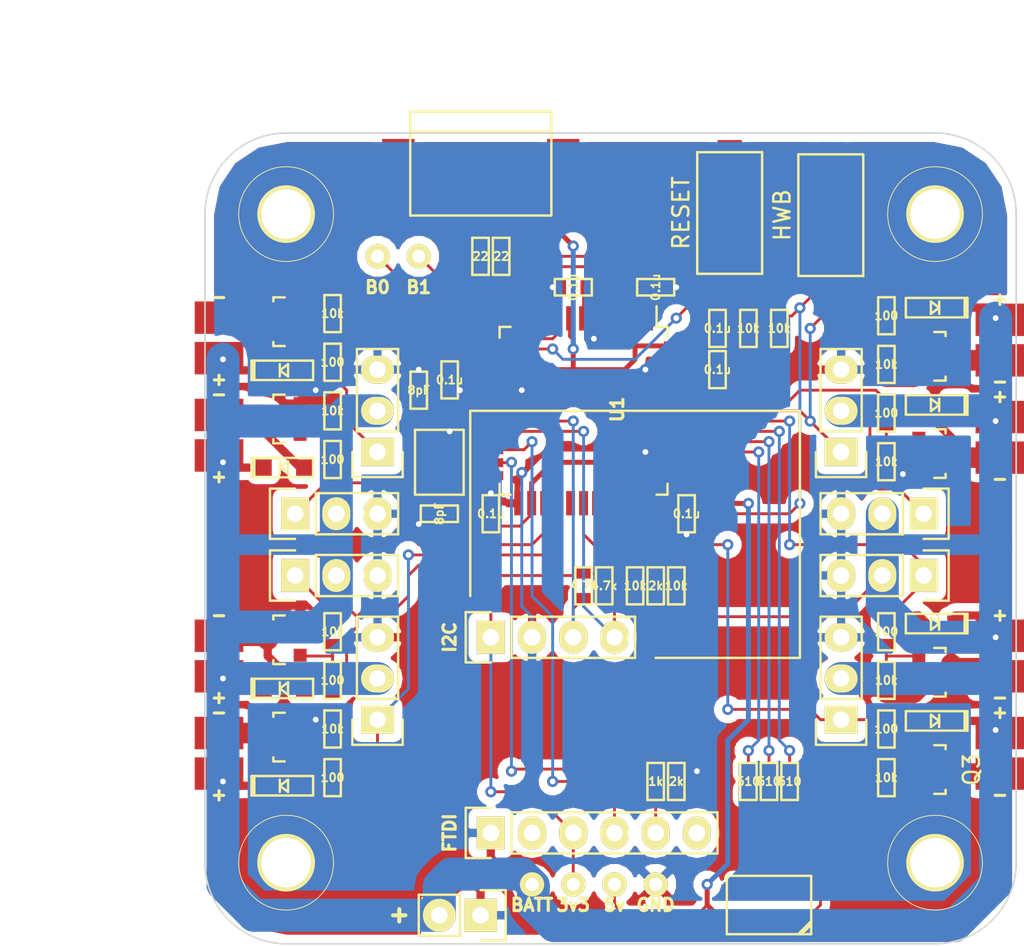
<source format=kicad_pcb>
(kicad_pcb (version 4) (host pcbnew 4.0.2+dfsg1-2~bpo8+1-stable)
  (title_block (title Chiindii) (rev 2.1) (company "Digital Cave"))
  (layers (0 F.Cu signal) (31 B.Cu signal) (34 B.Paste user) (35 F.Paste user) (36 B.SilkS user) (37 F.SilkS user) (38 B.Mask user) (39 F.Mask user) (44 Edge.Cuts user))
  (net 0 "")
  (net 1 +BATT)
  (net 2 GND)
  (net 3 +5V)
  (net 4 +3V3)
  (net 5 "Net-(D1-Pad1)")
  (net 6 "Net-(D2-Pad1)")
  (net 7 "Net-(D3-Pad1)")
  (net 8 "Net-(D4-Pad1)")
  (net 9 /RADIO_TX)
  (net 10 /RADIO_RX)
  (net 11 /SCL)
  (net 12 /SDA)
  (net 13 "Net-(Q2-Pad1)")
  (net 14 "Net-(Q3-Pad1)")
  (net 15 "Net-(Q4-Pad1)")
  (net 16 /MOTOR1)
  (net 17 /MOTOR3)
  (net 18 /MOTOR2)
  (net 19 /MOTOR4)
  (net 20 /D+)
  (net 21 /D-)
  (net 22 /X+)
  (net 23 /X-)
  (net 24 /BATT_ADC)
  (net 25 "Net-(C9-Pad1)")
  (net 26 "Net-(D10-Pad2)")
  (net 27 "Net-(C10-Pad1)")
  (net 28 "Net-(D5-Pad1)")
  (net 29 "Net-(D6-Pad1)")
  (net 30 "Net-(Q1-Pad1)")
  (net 31 "Net-(R16-Pad1)")
  (net 32 "Net-(R20-Pad2)")
  (net 33 "Net-(R23-Pad2)")
  (net 34 "Net-(D10-Pad4)")
  (net 35 "Net-(D10-Pad3)")
  (net 36 "Net-(R21-Pad2)")
  (net 37 "Net-(R22-Pad2)")
  (net 38 /B0)
  (net 39 /B1)
  (net 40 "Net-(Q5-Pad1)")
  (net 41 "Net-(Q6-Pad1)")
  (net 42 "Net-(R19-Pad1)")
  (net 43 "Net-(R25-Pad2)")
  (net 44 "Net-(D7-Pad1)")
  (net 45 "Net-(D8-Pad1)")
  (net 46 "Net-(Q7-Pad1)")
  (net 47 "Net-(Q8-Pad1)")
  (net 48 /MOTOR5)
  (net 49 /MOTOR6)
  (net 50 /MOTOR7)
  (net 51 /MOTOR8)
  (net 52 "Net-(P8-Pad2)")
  (net 53 "Net-(P8-Pad3)")
  (module Housings_QFP:TQFP-44_10x10mm_Pitch0.8mm (layer F.Cu) (at 71.835 52.86 270)
    (fp_text reference U1 (at -0.084 -2.08 270) (layer F.SilkS) (effects (font (size 0.762 0.762) (thickness 0.1905))))
    (fp_text value ATMEGA32U4-A hide)
    (pad 1 smd rect (at -5.7 -4 270) (size 1.5 0.55) (layers F.Cu F.Paste F.Mask))
    (pad 2 smd rect (at -5.7 -3.2 270) (size 1.5 0.55) (layers F.Cu F.Paste F.Mask) (net 3 +5V))
    (pad 3 smd rect (at -5.7 -2.4 270) (size 1.5 0.55) (layers F.Cu F.Paste F.Mask) (net 21 /D-))
    (pad 4 smd rect (at -5.7 -1.6 270) (size 1.5 0.55) (layers F.Cu F.Paste F.Mask) (net 20 /D+))
    (pad 5 smd rect (at -5.7 -0.8 270) (size 1.5 0.55) (layers F.Cu F.Paste F.Mask) (net 2 GND))
    (pad 6 smd rect (at -5.7 0 270) (size 1.5 0.55) (layers F.Cu F.Paste F.Mask) (net 25 "Net-(C9-Pad1)"))
    (pad 7 smd rect (at -5.7 0.8 270) (size 1.5 0.55) (layers F.Cu F.Paste F.Mask) (net 3 +5V))
    (pad 8 smd rect (at -5.7 1.6 270) (size 1.5 0.55) (layers F.Cu F.Paste F.Mask) (net 38 /B0))
    (pad 9 smd rect (at -5.7 2.4 270) (size 1.5 0.55) (layers F.Cu F.Paste F.Mask) (net 39 /B1))
    (pad 10 smd rect (at -5.7 3.2 270) (size 1.5 0.55) (layers F.Cu F.Paste F.Mask))
    (pad 11 smd rect (at -5.7 4 270) (size 1.5 0.55) (layers F.Cu F.Paste F.Mask))
    (pad 12 smd rect (at -4 5.7) (size 1.5 0.55) (layers F.Cu F.Paste F.Mask) (net 16 /MOTOR1))
    (pad 13 smd rect (at -3.2 5.7) (size 1.5 0.55) (layers F.Cu F.Paste F.Mask) (net 42 "Net-(R19-Pad1)"))
    (pad 14 smd rect (at -2.4 5.7) (size 1.5 0.55) (layers F.Cu F.Paste F.Mask) (net 3 +5V))
    (pad 15 smd rect (at -1.6 5.7) (size 1.5 0.55) (layers F.Cu F.Paste F.Mask) (net 2 GND))
    (pad 16 smd rect (at -0.8 5.7) (size 1.5 0.55) (layers F.Cu F.Paste F.Mask) (net 23 /X-))
    (pad 17 smd rect (at 0 5.7) (size 1.5 0.55) (layers F.Cu F.Paste F.Mask) (net 22 /X+))
    (pad 18 smd rect (at 0.8 5.7) (size 1.5 0.55) (layers F.Cu F.Paste F.Mask) (net 11 /SCL))
    (pad 19 smd rect (at 1.6 5.7) (size 1.5 0.55) (layers F.Cu F.Paste F.Mask) (net 12 /SDA))
    (pad 20 smd rect (at 2.4 5.7) (size 1.5 0.55) (layers F.Cu F.Paste F.Mask) (net 9 /RADIO_TX))
    (pad 21 smd rect (at 3.2 5.7) (size 1.5 0.55) (layers F.Cu F.Paste F.Mask) (net 33 "Net-(R23-Pad2)"))
    (pad 22 smd rect (at 4 5.7) (size 1.5 0.55) (layers F.Cu F.Paste F.Mask) (net 48 /MOTOR5))
    (pad 23 smd rect (at 5.7 4 270) (size 1.5 0.55) (layers F.Cu F.Paste F.Mask) (net 2 GND))
    (pad 24 smd rect (at 5.7 3.2 270) (size 1.5 0.55) (layers F.Cu F.Paste F.Mask) (net 3 +5V))
    (pad 25 smd rect (at 5.7 2.4 270) (size 1.5 0.55) (layers F.Cu F.Paste F.Mask) (net 19 /MOTOR4))
    (pad 26 smd rect (at 5.7 1.6 270) (size 1.5 0.55) (layers F.Cu F.Paste F.Mask) (net 50 /MOTOR7))
    (pad 27 smd rect (at 5.7 0.8 270) (size 1.5 0.55) (layers F.Cu F.Paste F.Mask))
    (pad 28 smd rect (at 5.7 0 270) (size 1.5 0.55) (layers F.Cu F.Paste F.Mask) (net 24 /BATT_ADC))
    (pad 29 smd rect (at 5.7 -0.8 270) (size 1.5 0.55) (layers F.Cu F.Paste F.Mask))
    (pad 30 smd rect (at 5.7 -1.6 270) (size 1.5 0.55) (layers F.Cu F.Paste F.Mask))
    (pad 31 smd rect (at 5.7 -2.4 270) (size 1.5 0.55) (layers F.Cu F.Paste F.Mask))
    (pad 32 smd rect (at 5.7 -3.2 270) (size 1.5 0.55) (layers F.Cu F.Paste F.Mask) (net 17 /MOTOR3))
    (pad 33 smd rect (at 5.7 -4 270) (size 1.5 0.55) (layers F.Cu F.Paste F.Mask) (net 43 "Net-(R25-Pad2)"))
    (pad 34 smd rect (at 4 -5.7) (size 1.5 0.55) (layers F.Cu F.Paste F.Mask) (net 3 +5V))
    (pad 35 smd rect (at 3.2 -5.7) (size 1.5 0.55) (layers F.Cu F.Paste F.Mask) (net 2 GND))
    (pad 36 smd rect (at 2.4 -5.7) (size 1.5 0.55) (layers F.Cu F.Paste F.Mask) (net 37 "Net-(R22-Pad2)"))
    (pad 37 smd rect (at 1.6 -5.7) (size 1.5 0.55) (layers F.Cu F.Paste F.Mask) (net 36 "Net-(R21-Pad2)"))
    (pad 38 smd rect (at 0.8 -5.7) (size 1.5 0.55) (layers F.Cu F.Paste F.Mask) (net 32 "Net-(R20-Pad2)"))
    (pad 39 smd rect (at 0 -5.7) (size 1.5 0.55) (layers F.Cu F.Paste F.Mask) (net 51 /MOTOR8))
    (pad 40 smd rect (at -0.8 -5.7) (size 1.5 0.55) (layers F.Cu F.Paste F.Mask) (net 18 /MOTOR2))
    (pad 41 smd rect (at -1.6 -5.7) (size 1.5 0.55) (layers F.Cu F.Paste F.Mask) (net 49 /MOTOR6))
    (pad 42 smd rect (at -2.4 -5.7) (size 1.5 0.55) (layers F.Cu F.Paste F.Mask) (net 27 "Net-(C10-Pad1)"))
    (pad 43 smd rect (at -3.2 -5.7) (size 1.5 0.55) (layers F.Cu F.Paste F.Mask) (net 2 GND))
    (pad 44 smd rect (at -4 -5.7) (size 1.5 0.55) (layers F.Cu F.Paste F.Mask) (net 3 +5V))
  )
  (module Pin_Headers:Pin_Header_Straight_1x04 (layer F.Cu) (at 66.12 66.83 90)
    (fp_text reference P33 hide)
    (fp_text value I2C (at 0 -2.54 90) (layer F.SilkS) (effects (font (size 0.762 0.762) (thickness 0.1905))))
    (pad 1 thru_hole rect (at 0 0 90) (size 2.032 1.7272) (drill 1.016) (layers *.Cu *.Mask F.SilkS) (net 4 +3V3))
    (pad 2 thru_hole oval (at 0 2.54 90) (size 2.032 1.7272) (drill 1.016) (layers *.Cu *.Mask F.SilkS) (net 2 GND))
    (pad 3 thru_hole oval (at 0 5.08 90) (size 2.032 1.7272) (drill 1.016) (layers *.Cu *.Mask F.SilkS) (net 11 /SCL))
    (pad 4 thru_hole oval (at 0 7.62 90) (size 2.032 1.7272) (drill 1.016) (layers *.Cu *.Mask F.SilkS) (net 12 /SDA))
  )
  (module Pin_Headers:Pin_Header_Straight_1x02 (layer F.Cu) (at 65.485 83.975 270)
    (fp_text reference P1 hide)
    (fp_text value BATTERY hide)
    (fp_text user + (at 0 5.08 270) (layer F.SilkS) (effects (font (thickness 0.25))))
    (pad 1 thru_hole rect (at 0 0 270) (size 2.032 2.032) (drill 1.016) (layers *.Cu *.Mask F.SilkS) (net 2 GND))
    (pad 2 thru_hole oval (at 0 2.54 270) (size 2.032 2.032) (drill 1.016) (layers *.Cu *.Mask F.SilkS) (net 1 +BATT))
  )
  (module DigitalCave:SM0603_VALUE (layer F.Cu) (at 56.365 55.865 90)
    (fp_text reference R5 hide)
    (fp_text value 100 (at 0 0 180) (layer F.SilkS) (effects (font (size 0.508 0.508) (thickness 0.1143))))
    (pad 1 smd rect (at -0.762 0 90) (size 0.635 0.889) (layers F.Cu F.Paste F.Mask) (net 48 /MOTOR5))
    (pad 2 smd rect (at 0.762 0 90) (size 0.635 0.889) (layers F.Cu F.Paste F.Mask) (net 40 "Net-(Q5-Pad1)"))
  )
  (module DigitalCave:SW_6x3 (layer F.Cu) (at 80.841184 40.662768 270)
    (fp_text reference SW1 hide)
    (fp_text value RESET (at 0 3 270) (layer F.SilkS))
    (pad 1 smd rect (at -3.5 0 270) (size 2 1.5) (layers F.Cu F.Paste F.Mask) (net 2 GND))
    (pad 2 smd rect (at 3.5 0 270) (size 2 1.5) (layers F.Cu F.Paste F.Mask) (net 42 "Net-(R19-Pad1)"))
  )
  (module DigitalCave:SW_6x3 (layer F.Cu) (at 87.075 40.795 90)
    (fp_text reference SW2 hide)
    (fp_text value HWB (at 0 -3 90) (layer F.SilkS))
    (pad 1 smd rect (at -3.5 0 90) (size 2 1.5) (layers F.Cu F.Paste F.Mask) (net 43 "Net-(R25-Pad2)"))
    (pad 2 smd rect (at 3.5 0 90) (size 2 1.5) (layers F.Cu F.Paste F.Mask) (net 2 GND))
  )
  (module Pin_Headers:Pin_Header_Straight_1x06 (layer F.Cu) (at 66.12 78.895 90)
    (fp_text reference P27 hide)
    (fp_text value FTDI (at 0 -2.54 90) (layer F.SilkS) (effects (font (size 0.762 0.762) (thickness 0.1905))))
    (pad 1 thru_hole rect (at 0 0 90) (size 2.032 1.7272) (drill 1.016) (layers *.Cu *.Mask F.SilkS) (net 2 GND))
    (pad 2 thru_hole oval (at 0 2.54 90) (size 2.032 1.7272) (drill 1.016) (layers *.Cu *.Mask F.SilkS))
    (pad 3 thru_hole oval (at 0 5.08 90) (size 2.032 1.7272) (drill 1.016) (layers *.Cu *.Mask F.SilkS) (net 4 +3V3))
    (pad 4 thru_hole oval (at 0 7.62 90) (size 2.032 1.7272) (drill 1.016) (layers *.Cu *.Mask F.SilkS) (net 9 /RADIO_TX))
    (pad 5 thru_hole oval (at 0 10.16 90) (size 2.032 1.7272) (drill 1.016) (layers *.Cu *.Mask F.SilkS) (net 10 /RADIO_RX))
    (pad 6 thru_hole oval (at 0 12.7 90) (size 2.032 1.7272) (drill 1.016) (layers *.Cu *.Mask F.SilkS))
  )
  (module DigitalCave:SM0603_VALUE (layer F.Cu) (at 80.09 50.32 90)
    (fp_text reference C10 hide)
    (fp_text value 0.1u (at 0 0 180) (layer F.SilkS) (effects (font (size 0.508 0.508) (thickness 0.1143))))
    (pad 1 smd rect (at -0.762 0 90) (size 0.635 0.889) (layers F.Cu F.Paste F.Mask) (net 27 "Net-(C10-Pad1)"))
    (pad 2 smd rect (at 0.762 0 90) (size 0.635 0.889) (layers F.Cu F.Paste F.Mask) (net 2 GND))
  )
  (module DigitalCave:SM0603_VALUE (layer F.Cu) (at 76.28 45.24 180)
    (fp_text reference C11 hide)
    (fp_text value 0.1u (at 0 0 270) (layer F.SilkS) (effects (font (size 0.508 0.508) (thickness 0.1143))))
    (pad 1 smd rect (at -0.762 0 180) (size 0.635 0.889) (layers F.Cu F.Paste F.Mask) (net 2 GND))
    (pad 2 smd rect (at 0.762 0 180) (size 0.635 0.889) (layers F.Cu F.Paste F.Mask) (net 3 +5V))
  )
  (module DigitalCave:SM0603_VALUE (layer F.Cu) (at 78.185 59.21 90)
    (fp_text reference C12 hide)
    (fp_text value 0.1u (at 0 0 180) (layer F.SilkS) (effects (font (size 0.508 0.508) (thickness 0.1143))))
    (pad 1 smd rect (at -0.762 0 90) (size 0.635 0.889) (layers F.Cu F.Paste F.Mask) (net 2 GND))
    (pad 2 smd rect (at 0.762 0 90) (size 0.635 0.889) (layers F.Cu F.Paste F.Mask) (net 3 +5V))
  )
  (module DigitalCave:SM0603_VALUE (layer F.Cu) (at 66.12 59.21 270)
    (fp_text reference C13 hide)
    (fp_text value 0.1u (at 0 0 360) (layer F.SilkS) (effects (font (size 0.508 0.508) (thickness 0.1143))))
    (pad 1 smd rect (at -0.762 0 270) (size 0.635 0.889) (layers F.Cu F.Paste F.Mask) (net 2 GND))
    (pad 2 smd rect (at 0.762 0 270) (size 0.635 0.889) (layers F.Cu F.Paste F.Mask) (net 3 +5V))
  )
  (module DigitalCave:SM0603_VALUE (layer F.Cu) (at 80.09 47.78 90)
    (fp_text reference C14 hide)
    (fp_text value 0.1u (at 0 0 180) (layer F.SilkS) (effects (font (size 0.508 0.508) (thickness 0.1143))))
    (pad 1 smd rect (at -0.762 0 90) (size 0.635 0.889) (layers F.Cu F.Paste F.Mask) (net 2 GND))
    (pad 2 smd rect (at 0.762 0 90) (size 0.635 0.889) (layers F.Cu F.Paste F.Mask) (net 3 +5V))
  )
  (module DigitalCave:SM0603_VALUE (layer F.Cu) (at 63.58 50.955 90)
    (fp_text reference C15 hide)
    (fp_text value 0.1u (at 0 0 180) (layer F.SilkS) (effects (font (size 0.508 0.508) (thickness 0.1143))))
    (pad 1 smd rect (at -0.762 0 90) (size 0.635 0.889) (layers F.Cu F.Paste F.Mask) (net 2 GND))
    (pad 2 smd rect (at 0.762 0 90) (size 0.635 0.889) (layers F.Cu F.Paste F.Mask) (net 3 +5V))
  )
  (module DigitalCave:SOD-323_DIODE (layer F.Cu) (at 53.365 50.365 180)
    (fp_text reference D1 hide)
    (fp_text value DSCHSMALL hide)
    (pad 1 smd rect (at -1.25 0 180) (size 1 1) (layers F.Cu F.Paste F.Mask) (net 5 "Net-(D1-Pad1)"))
    (pad 2 smd rect (at 1.25 0 180) (size 1 1) (layers F.Cu F.Paste F.Mask) (net 1 +BATT))
  )
  (module DigitalCave:SOD-323_DIODE (layer F.Cu) (at 93.5 46.5)
    (fp_text reference D2 hide)
    (fp_text value DSCHSMALL hide)
    (pad 1 smd rect (at -1.25 0) (size 1 1) (layers F.Cu F.Paste F.Mask) (net 6 "Net-(D2-Pad1)"))
    (pad 2 smd rect (at 1.25 0) (size 1 1) (layers F.Cu F.Paste F.Mask) (net 1 +BATT))
  )
  (module DigitalCave:SOD-323_DIODE (layer F.Cu) (at 93.5 71.985)
    (fp_text reference D3 hide)
    (fp_text value DSCHSMALL hide)
    (pad 1 smd rect (at -1.25 0) (size 1 1) (layers F.Cu F.Paste F.Mask) (net 7 "Net-(D3-Pad1)"))
    (pad 2 smd rect (at 1.25 0) (size 1 1) (layers F.Cu F.Paste F.Mask) (net 1 +BATT))
  )
  (module DigitalCave:SOD-323_DIODE (layer F.Cu) (at 53.365 75.985 180)
    (fp_text reference D4 hide)
    (fp_text value DSCHSMALL hide)
    (pad 1 smd rect (at -1.25 0 180) (size 1 1) (layers F.Cu F.Paste F.Mask) (net 8 "Net-(D4-Pad1)"))
    (pad 2 smd rect (at 1.25 0 180) (size 1 1) (layers F.Cu F.Paste F.Mask) (net 1 +BATT))
  )
  (module DigitalCave:SM0603_VALUE (layer F.Cu) (at 56.365 49.865 90)
    (fp_text reference R1 hide)
    (fp_text value 100 (at 0 0 180) (layer F.SilkS) (effects (font (size 0.508 0.508) (thickness 0.1143))))
    (pad 1 smd rect (at -0.762 0 90) (size 0.635 0.889) (layers F.Cu F.Paste F.Mask) (net 16 /MOTOR1))
    (pad 2 smd rect (at 0.762 0 90) (size 0.635 0.889) (layers F.Cu F.Paste F.Mask) (net 30 "Net-(Q1-Pad1)"))
  )
  (module DigitalCave:SM0603_VALUE (layer F.Cu) (at 90.5 47 270)
    (fp_text reference R2 hide)
    (fp_text value 100 (at 0 0 360) (layer F.SilkS) (effects (font (size 0.508 0.508) (thickness 0.1143))))
    (pad 1 smd rect (at -0.762 0 270) (size 0.635 0.889) (layers F.Cu F.Paste F.Mask) (net 18 /MOTOR2))
    (pad 2 smd rect (at 0.762 0 270) (size 0.635 0.889) (layers F.Cu F.Paste F.Mask) (net 13 "Net-(Q2-Pad1)"))
  )
  (module DigitalCave:SM0603_VALUE (layer F.Cu) (at 56.365 46.865 270)
    (fp_text reference R3 hide)
    (fp_text value 10k (at 0 0 360) (layer F.SilkS) (effects (font (size 0.508 0.508) (thickness 0.1143))))
    (pad 1 smd rect (at -0.762 0 270) (size 0.635 0.889) (layers F.Cu F.Paste F.Mask) (net 2 GND))
    (pad 2 smd rect (at 0.762 0 270) (size 0.635 0.889) (layers F.Cu F.Paste F.Mask) (net 30 "Net-(Q1-Pad1)"))
  )
  (module DigitalCave:SM0603_VALUE (layer F.Cu) (at 90.5 50 90)
    (fp_text reference R4 hide)
    (fp_text value 10k (at 0 0 180) (layer F.SilkS) (effects (font (size 0.508 0.508) (thickness 0.1143))))
    (pad 1 smd rect (at -0.762 0 90) (size 0.635 0.889) (layers F.Cu F.Paste F.Mask) (net 2 GND))
    (pad 2 smd rect (at 0.762 0 90) (size 0.635 0.889) (layers F.Cu F.Paste F.Mask) (net 13 "Net-(Q2-Pad1)"))
  )
  (module DigitalCave:SM0603_VALUE (layer F.Cu) (at 90.5 72.485 270)
    (fp_text reference R7 hide)
    (fp_text value 100 (at 0 0 360) (layer F.SilkS) (effects (font (size 0.508 0.508) (thickness 0.1143))))
    (pad 1 smd rect (at -0.762 0 270) (size 0.635 0.889) (layers F.Cu F.Paste F.Mask) (net 17 /MOTOR3))
    (pad 2 smd rect (at 0.762 0 270) (size 0.635 0.889) (layers F.Cu F.Paste F.Mask) (net 14 "Net-(Q3-Pad1)"))
  )
  (module DigitalCave:SM0603_VALUE (layer F.Cu) (at 56.365 75.485 90)
    (fp_text reference R8 hide)
    (fp_text value 100 (at 0 0 180) (layer F.SilkS) (effects (font (size 0.508 0.508) (thickness 0.1143))))
    (pad 1 smd rect (at -0.762 0 90) (size 0.635 0.889) (layers F.Cu F.Paste F.Mask) (net 19 /MOTOR4))
    (pad 2 smd rect (at 0.762 0 90) (size 0.635 0.889) (layers F.Cu F.Paste F.Mask) (net 15 "Net-(Q4-Pad1)"))
  )
  (module DigitalCave:SM0603_VALUE (layer F.Cu) (at 90.5 75.485 90)
    (fp_text reference R9 hide)
    (fp_text value 10k (at 0 0 180) (layer F.SilkS) (effects (font (size 0.508 0.508) (thickness 0.1143))))
    (pad 1 smd rect (at -0.762 0 90) (size 0.635 0.889) (layers F.Cu F.Paste F.Mask) (net 2 GND))
    (pad 2 smd rect (at 0.762 0 90) (size 0.635 0.889) (layers F.Cu F.Paste F.Mask) (net 14 "Net-(Q3-Pad1)"))
  )
  (module DigitalCave:SM0603_VALUE (layer F.Cu) (at 56.365 72.485 270)
    (fp_text reference R10 hide)
    (fp_text value 10k (at 0 0 360) (layer F.SilkS) (effects (font (size 0.508 0.508) (thickness 0.1143))))
    (pad 1 smd rect (at -0.762 0 270) (size 0.635 0.889) (layers F.Cu F.Paste F.Mask) (net 2 GND))
    (pad 2 smd rect (at 0.762 0 270) (size 0.635 0.889) (layers F.Cu F.Paste F.Mask) (net 15 "Net-(Q4-Pad1)"))
  )
  (module DigitalCave:SM0603_VALUE (layer F.Cu) (at 90.5 53 270)
    (fp_text reference R6 hide)
    (fp_text value 100 (at 0 0 360) (layer F.SilkS) (effects (font (size 0.508 0.508) (thickness 0.1143))))
    (pad 1 smd rect (at -0.762 0 270) (size 0.635 0.889) (layers F.Cu F.Paste F.Mask) (net 49 /MOTOR6))
    (pad 2 smd rect (at 0.762 0 270) (size 0.635 0.889) (layers F.Cu F.Paste F.Mask) (net 41 "Net-(Q6-Pad1)"))
  )
  (module DigitalCave:SM0603_VALUE (layer F.Cu) (at 81.995 47.78 270)
    (fp_text reference R19 hide)
    (fp_text value 10k (at 0 0 360) (layer F.SilkS) (effects (font (size 0.508 0.508) (thickness 0.1143))))
    (pad 1 smd rect (at -0.762 0 270) (size 0.635 0.889) (layers F.Cu F.Paste F.Mask) (net 42 "Net-(R19-Pad1)"))
    (pad 2 smd rect (at 0.762 0 270) (size 0.635 0.889) (layers F.Cu F.Paste F.Mask) (net 3 +5V))
  )
  (module DigitalCave:SM0603_VALUE (layer F.Cu) (at 76.28 63.655 90)
    (fp_text reference R16 hide)
    (fp_text value 2k (at 0 0 180) (layer F.SilkS) (effects (font (size 0.508 0.508) (thickness 0.1143))))
    (pad 1 smd rect (at -0.762 0 90) (size 0.635 0.889) (layers F.Cu F.Paste F.Mask) (net 31 "Net-(R16-Pad1)"))
    (pad 2 smd rect (at 0.762 0 90) (size 0.635 0.889) (layers F.Cu F.Paste F.Mask) (net 24 /BATT_ADC))
  )
  (module DigitalCave:SM0603_VALUE (layer F.Cu) (at 77.55 63.655 270)
    (fp_text reference R17 hide)
    (fp_text value 10k (at 0 0 360) (layer F.SilkS) (effects (font (size 0.508 0.508) (thickness 0.1143))))
    (pad 1 smd rect (at -0.762 0 270) (size 0.635 0.889) (layers F.Cu F.Paste F.Mask) (net 2 GND))
    (pad 2 smd rect (at 0.762 0 270) (size 0.635 0.889) (layers F.Cu F.Paste F.Mask) (net 31 "Net-(R16-Pad1)"))
  )
  (module DigitalCave:SM0603_VALUE (layer F.Cu) (at 75.01 63.655 270)
    (fp_text reference R18 hide)
    (fp_text value 10k (at 0 0 360) (layer F.SilkS) (effects (font (size 0.508 0.508) (thickness 0.1143))))
    (pad 1 smd rect (at -0.762 0 270) (size 0.635 0.889) (layers F.Cu F.Paste F.Mask) (net 24 /BATT_ADC))
    (pad 2 smd rect (at 0.762 0 270) (size 0.635 0.889) (layers F.Cu F.Paste F.Mask) (net 1 +BATT))
  )
  (module DigitalCave:SM0603_VALUE (layer F.Cu) (at 76.28 75.72 90)
    (fp_text reference R23 hide)
    (fp_text value 1k (at 0 0 180) (layer F.SilkS) (effects (font (size 0.508 0.508) (thickness 0.1143))))
    (pad 1 smd rect (at -0.762 0 90) (size 0.635 0.889) (layers F.Cu F.Paste F.Mask) (net 10 /RADIO_RX))
    (pad 2 smd rect (at 0.762 0 90) (size 0.635 0.889) (layers F.Cu F.Paste F.Mask) (net 33 "Net-(R23-Pad2)"))
  )
  (module DigitalCave:SM0603_VALUE (layer F.Cu) (at 71.835 63.655 90)
    (fp_text reference R24 hide)
    (fp_text value 4.7k (at 0 0 180) (layer F.SilkS) (effects (font (size 0.508 0.508) (thickness 0.1143))))
    (pad 1 smd rect (at -0.762 0 90) (size 0.635 0.889) (layers F.Cu F.Paste F.Mask) (net 11 /SCL))
    (pad 2 smd rect (at 0.762 0 90) (size 0.635 0.889) (layers F.Cu F.Paste F.Mask) (net 4 +3V3))
  )
  (module DigitalCave:SM0603_VALUE (layer F.Cu) (at 83.9 47.78 90)
    (fp_text reference R25 hide)
    (fp_text value 10k (at 0 0 180) (layer F.SilkS) (effects (font (size 0.508 0.508) (thickness 0.1143))))
    (pad 1 smd rect (at -0.762 0 90) (size 0.635 0.889) (layers F.Cu F.Paste F.Mask) (net 3 +5V))
    (pad 2 smd rect (at 0.762 0 90) (size 0.635 0.889) (layers F.Cu F.Paste F.Mask) (net 43 "Net-(R25-Pad2)"))
  )
  (module DigitalCave:SM0603_VALUE (layer F.Cu) (at 77.55 75.72 270)
    (fp_text reference R26 hide)
    (fp_text value 2k (at 0 0 360) (layer F.SilkS) (effects (font (size 0.508 0.508) (thickness 0.1143))))
    (pad 1 smd rect (at -0.762 0 270) (size 0.635 0.889) (layers F.Cu F.Paste F.Mask) (net 2 GND))
    (pad 2 smd rect (at 0.762 0 270) (size 0.635 0.889) (layers F.Cu F.Paste F.Mask) (net 10 /RADIO_RX))
  )
  (module DigitalCave:SM0603_VALUE (layer F.Cu) (at 73.105 63.655 90)
    (fp_text reference R27 hide)
    (fp_text value 4.7k (at 0 0 180) (layer F.SilkS) (effects (font (size 0.508 0.508) (thickness 0.1143))))
    (pad 1 smd rect (at -0.762 0 90) (size 0.635 0.889) (layers F.Cu F.Paste F.Mask) (net 12 /SDA))
    (pad 2 smd rect (at 0.762 0 90) (size 0.635 0.889) (layers F.Cu F.Paste F.Mask) (net 4 +3V3))
  )
  (module DigitalCave:CRYSTAL_SMD_2.5x2 (layer F.Cu) (at 62.945 56.035 90)
    (fp_text reference X1 hide)
    (fp_text value 16MHz hide)
    (pad 4 smd rect (at -0.85 -0.7 90) (size 1.2 1.1) (layers F.Cu F.Paste F.Mask) (net 2 GND))
    (pad 3 smd rect (at 0.85 -0.7 90) (size 1.2 1.1) (layers F.Cu F.Paste F.Mask) (net 23 /X-))
    (pad 2 smd rect (at 0.85 0.7 90) (size 1.2 1.1) (layers F.Cu F.Paste F.Mask) (net 2 GND))
    (pad 1 smd rect (at -0.85 0.7 90) (size 1.2 1.1) (layers F.Cu F.Paste F.Mask) (net 22 /X+))
  )
  (module DigitalCave:SM0603_VALUE (layer F.Cu) (at 71.2 45.24 180)
    (fp_text reference C9 hide)
    (fp_text value 0.1u (at 0 0 270) (layer F.SilkS) (effects (font (size 0.508 0.508) (thickness 0.1143))))
    (pad 1 smd rect (at -0.762 0 180) (size 0.635 0.889) (layers F.Cu F.Paste F.Mask) (net 25 "Net-(C9-Pad1)"))
    (pad 2 smd rect (at 0.762 0 180) (size 0.635 0.889) (layers F.Cu F.Paste F.Mask) (net 2 GND))
  )
  (module DigitalCave:SM0603_VALUE (layer F.Cu) (at 62.945 59.21 180)
    (fp_text reference C7 hide)
    (fp_text value 8pF (at 0 0 270) (layer F.SilkS) (effects (font (size 0.508 0.508) (thickness 0.1143))))
    (pad 1 smd rect (at -0.762 0 180) (size 0.635 0.889) (layers F.Cu F.Paste F.Mask) (net 22 /X+))
    (pad 2 smd rect (at 0.762 0 180) (size 0.635 0.889) (layers F.Cu F.Paste F.Mask) (net 2 GND))
  )
  (module DigitalCave:SM0603_VALUE (layer F.Cu) (at 61.675 51.59 90)
    (fp_text reference C8 hide)
    (fp_text value 8pF (at 0 0 180) (layer F.SilkS) (effects (font (size 0.508 0.508) (thickness 0.1143))))
    (pad 1 smd rect (at -0.762 0 90) (size 0.635 0.889) (layers F.Cu F.Paste F.Mask) (net 23 /X-))
    (pad 2 smd rect (at 0.762 0 90) (size 0.635 0.889) (layers F.Cu F.Paste F.Mask) (net 2 GND))
  )
  (module DigitalCave:SM0603_VALUE (layer F.Cu) (at 84.535 75.72 90)
    (fp_text reference R20 hide)
    (fp_text value 510 (at 0 0 180) (layer F.SilkS) (effects (font (size 0.508 0.508) (thickness 0.1143))))
    (pad 1 smd rect (at -0.762 0 90) (size 0.635 0.889) (layers F.Cu F.Paste F.Mask) (net 34 "Net-(D10-Pad4)"))
    (pad 2 smd rect (at 0.762 0 90) (size 0.635 0.889) (layers F.Cu F.Paste F.Mask) (net 32 "Net-(R20-Pad2)"))
  )
  (module DigitalCave:LED_RGB_4-PLCC_ALT1 (layer F.Cu) (at 83.265 83.34 180)
    (fp_text reference D10 hide)
    (fp_text value RGB_LED_COMMON_ANODE_ALT1 hide)
    (pad 2 smd rect (at -1.5 -1 180) (size 1.5 1.2) (layers F.Cu F.Paste F.Mask) (net 26 "Net-(D10-Pad2)"))
    (pad 4 smd rect (at -1.5 1 180) (size 1.5 1.2) (layers F.Cu F.Paste F.Mask) (net 34 "Net-(D10-Pad4)"))
    (pad 3 smd rect (at 1.5 1 180) (size 1.5 1.2) (layers F.Cu F.Paste F.Mask) (net 35 "Net-(D10-Pad3)"))
    (pad 1 smd rect (at 1.5 -1 180) (size 1.5 1.2) (layers F.Cu F.Paste F.Mask) (net 3 +5V))
  )
  (module DigitalCave:SM0603_VALUE (layer F.Cu) (at 83.265 75.72 90)
    (fp_text reference R21 hide)
    (fp_text value 510 (at 0 0 180) (layer F.SilkS) (effects (font (size 0.508 0.508) (thickness 0.1143))))
    (pad 1 smd rect (at -0.762 0 90) (size 0.635 0.889) (layers F.Cu F.Paste F.Mask) (net 35 "Net-(D10-Pad3)"))
    (pad 2 smd rect (at 0.762 0 90) (size 0.635 0.889) (layers F.Cu F.Paste F.Mask) (net 36 "Net-(R21-Pad2)"))
  )
  (module DigitalCave:SM0603_VALUE (layer F.Cu) (at 81.995 75.72 90)
    (fp_text reference R22 hide)
    (fp_text value 510 (at 0 0 180) (layer F.SilkS) (effects (font (size 0.508 0.508) (thickness 0.1143))))
    (pad 1 smd rect (at -0.762 0 90) (size 0.635 0.889) (layers F.Cu F.Paste F.Mask) (net 26 "Net-(D10-Pad2)"))
    (pad 2 smd rect (at 0.762 0 90) (size 0.635 0.889) (layers F.Cu F.Paste F.Mask) (net 37 "Net-(R22-Pad2)"))
  )
  (module Measurement_Points:Measurement_Point_Round-TH_Small (layer F.Cu) (at 73.74 82.07 90)
    (fp_text reference P23 hide)
    (fp_text value 5v (at -1.27 0 360) (layer F.SilkS) (effects (font (size 0.762 0.762) (thickness 0.1905))))
    (pad 1 thru_hole circle (at 0 0 90) (size 1.50114 1.50114) (drill 0.8001) (layers *.Cu *.Mask F.SilkS) (net 3 +5V))
  )
  (module Measurement_Points:Measurement_Point_Round-TH_Small (layer F.Cu) (at 71.2 82.07)
    (fp_text reference P24 hide)
    (fp_text value 3v3 (at 0 1.27 180) (layer F.SilkS) (effects (font (size 0.762 0.762) (thickness 0.1905))))
    (pad 1 thru_hole circle (at 0 0) (size 1.50114 1.50114) (drill 0.8001) (layers *.Cu *.Mask F.SilkS) (net 4 +3V3))
  )
  (module Measurement_Points:Measurement_Point_Round-TH_Small (layer F.Cu) (at 68.66 82.07 90)
    (fp_text reference P25 hide)
    (fp_text value BATT (at -1.27 0 360) (layer F.SilkS) (effects (font (size 0.762 0.762) (thickness 0.1905))))
    (pad 1 thru_hole circle (at 0 0 90) (size 1.50114 1.50114) (drill 0.8001) (layers *.Cu *.Mask F.SilkS) (net 1 +BATT))
  )
  (module Measurement_Points:Measurement_Point_Round-TH_Small (layer F.Cu) (at 76.28 82.07 180)
    (fp_text reference P26 hide)
    (fp_text value GND (at 0 -1.27 360) (layer F.SilkS) (effects (font (size 0.762 0.762) (thickness 0.1905))))
    (pad 1 thru_hole circle (at 0 0 180) (size 1.50114 1.50114) (drill 0.8001) (layers *.Cu *.Mask F.SilkS) (net 2 GND))
  )
  (module Measurement_Points:Measurement_Point_Round-TH_Small (layer F.Cu) (at 59.135 43.335)
    (fp_text reference P50 hide)
    (fp_text value B0 (at 0 1.905 180) (layer F.SilkS) (effects (font (size 0.762 0.762) (thickness 0.1905))))
    (pad 1 thru_hole circle (at 0 0) (size 1.50114 1.50114) (drill 0.8001) (layers *.Cu *.Mask F.SilkS) (net 38 /B0))
  )
  (module Measurement_Points:Measurement_Point_Round-TH_Small (layer F.Cu) (at 61.675 43.335)
    (fp_text reference P51 hide)
    (fp_text value B1 (at 0 1.905) (layer F.SilkS) (effects (font (size 0.762 0.762) (thickness 0.1905))))
    (pad 1 thru_hole circle (at 0 0) (size 1.50114 1.50114) (drill 0.8001) (layers *.Cu *.Mask F.SilkS) (net 39 /B1))
  )
  (module TO_SOT_Packages_SMD:SOT-23 (layer F.Cu) (at 53.365 53.365 90)
    (fp_text reference Q5 hide)
    (fp_text value Q_NMOS_GSD hide)
    (pad 1 smd rect (at -0.95 1.00076 90) (size 0.8001 0.8001) (layers F.Cu F.Paste F.Mask) (net 40 "Net-(Q5-Pad1)"))
    (pad 2 smd rect (at 0.95 1.00076 90) (size 0.8001 0.8001) (layers F.Cu F.Paste F.Mask) (net 2 GND))
    (pad 3 smd rect (at 0 -0.99822 90) (size 0.8001 0.8001) (layers F.Cu F.Paste F.Mask) (net 28 "Net-(D5-Pad1)"))
  )
  (module TO_SOT_Packages_SMD:SOT-23 (layer F.Cu) (at 93.5 55.5 270)
    (fp_text reference Q6 hide)
    (fp_text value Q_NMOS_GSD hide)
    (pad 1 smd rect (at -0.95 1.00076 270) (size 0.8001 0.8001) (layers F.Cu F.Paste F.Mask) (net 41 "Net-(Q6-Pad1)"))
    (pad 2 smd rect (at 0.95 1.00076 270) (size 0.8001 0.8001) (layers F.Cu F.Paste F.Mask) (net 2 GND))
    (pad 3 smd rect (at 0 -0.99822 270) (size 0.8001 0.8001) (layers F.Cu F.Paste F.Mask) (net 29 "Net-(D6-Pad1)"))
  )
  (module DigitalCave:SOD-323_DIODE (layer F.Cu) (at 53.365 56.365 180)
    (fp_text reference D5 hide)
    (fp_text value DSCHSMALL hide)
    (pad 1 smd rect (at -1.25 0 180) (size 1 1) (layers F.Cu F.Paste F.Mask) (net 28 "Net-(D5-Pad1)"))
    (pad 2 smd rect (at 1.25 0 180) (size 1 1) (layers F.Cu F.Paste F.Mask) (net 1 +BATT))
  )
  (module DigitalCave:SOD-323_DIODE (layer F.Cu) (at 93.5 52.5)
    (fp_text reference D6 hide)
    (fp_text value DSCHSMALL hide)
    (pad 1 smd rect (at -1.25 0) (size 1 1) (layers F.Cu F.Paste F.Mask) (net 29 "Net-(D6-Pad1)"))
    (pad 2 smd rect (at 1.25 0) (size 1 1) (layers F.Cu F.Paste F.Mask) (net 1 +BATT))
  )
  (module TO_SOT_Packages_SMD:SOT-23 (layer F.Cu) (at 53.365 47.365 90)
    (fp_text reference Q1 hide)
    (fp_text value Q_NMOS_GSD hide)
    (pad 1 smd rect (at -0.95 1.00076 90) (size 0.8001 0.8001) (layers F.Cu F.Paste F.Mask) (net 30 "Net-(Q1-Pad1)"))
    (pad 2 smd rect (at 0.95 1.00076 90) (size 0.8001 0.8001) (layers F.Cu F.Paste F.Mask) (net 2 GND))
    (pad 3 smd rect (at 0 -0.99822 90) (size 0.8001 0.8001) (layers F.Cu F.Paste F.Mask) (net 5 "Net-(D1-Pad1)"))
  )
  (module TO_SOT_Packages_SMD:SOT-23 (layer F.Cu) (at 93.5 49.499999 270)
    (fp_text reference Q2 hide)
    (fp_text value Q_NMOS_GSD hide)
    (pad 1 smd rect (at -0.95 1.00076 270) (size 0.8001 0.8001) (layers F.Cu F.Paste F.Mask) (net 13 "Net-(Q2-Pad1)"))
    (pad 2 smd rect (at 0.95 1.00076 270) (size 0.8001 0.8001) (layers F.Cu F.Paste F.Mask) (net 2 GND))
    (pad 3 smd rect (at 0 -0.99822 270) (size 0.8001 0.8001) (layers F.Cu F.Paste F.Mask) (net 6 "Net-(D2-Pad1)"))
  )
  (module TO_SOT_Packages_SMD:SOT-23 (layer F.Cu) (at 93.5 74.985 270)
    (fp_text reference Q3 (at 0 -2.25 270) (layer F.SilkS))
    (fp_text value Q_NMOS_GSD hide)
    (pad 1 smd rect (at -0.95 1.00076 270) (size 0.8001 0.8001) (layers F.Cu F.Paste F.Mask) (net 14 "Net-(Q3-Pad1)"))
    (pad 2 smd rect (at 0.95 1.00076 270) (size 0.8001 0.8001) (layers F.Cu F.Paste F.Mask) (net 2 GND))
    (pad 3 smd rect (at 0 -0.99822 270) (size 0.8001 0.8001) (layers F.Cu F.Paste F.Mask) (net 7 "Net-(D3-Pad1)"))
  )
  (module TO_SOT_Packages_SMD:SOT-23 (layer F.Cu) (at 53.365 72.985 90)
    (fp_text reference Q4 hide)
    (fp_text value Q_NMOS_GSD hide)
    (pad 1 smd rect (at -0.95 1.00076 90) (size 0.8001 0.8001) (layers F.Cu F.Paste F.Mask) (net 15 "Net-(Q4-Pad1)"))
    (pad 2 smd rect (at 0.95 1.00076 90) (size 0.8001 0.8001) (layers F.Cu F.Paste F.Mask) (net 2 GND))
    (pad 3 smd rect (at 0 -0.99822 90) (size 0.8001 0.8001) (layers F.Cu F.Paste F.Mask) (net 8 "Net-(D4-Pad1)"))
  )
  (module DigitalCave:SM0603_VALUE (layer F.Cu) (at 56.365 52.865 270)
    (fp_text reference R11 hide)
    (fp_text value 10k (at 0 0 360) (layer F.SilkS) (effects (font (size 0.508 0.508) (thickness 0.1143))))
    (pad 1 smd rect (at -0.762 0 270) (size 0.635 0.889) (layers F.Cu F.Paste F.Mask) (net 2 GND))
    (pad 2 smd rect (at 0.762 0 270) (size 0.635 0.889) (layers F.Cu F.Paste F.Mask) (net 40 "Net-(Q5-Pad1)"))
  )
  (module DigitalCave:SM0603_VALUE (layer F.Cu) (at 90.5 56 90)
    (fp_text reference R12 hide)
    (fp_text value 10k (at 0 0 180) (layer F.SilkS) (effects (font (size 0.508 0.508) (thickness 0.1143))))
    (pad 1 smd rect (at -0.762 0 90) (size 0.635 0.889) (layers F.Cu F.Paste F.Mask) (net 2 GND))
    (pad 2 smd rect (at 0.762 0 90) (size 0.635 0.889) (layers F.Cu F.Paste F.Mask) (net 41 "Net-(Q6-Pad1)"))
  )
  (module DigitalCave:SOD-323_DIODE (layer F.Cu) (at 53.365 69.985 180)
    (fp_text reference D7 hide)
    (fp_text value DSCHSMALL hide)
    (pad 1 smd rect (at -1.25 0 180) (size 1 1) (layers F.Cu F.Paste F.Mask) (net 44 "Net-(D7-Pad1)"))
    (pad 2 smd rect (at 1.25 0 180) (size 1 1) (layers F.Cu F.Paste F.Mask) (net 1 +BATT))
  )
  (module DigitalCave:SOD-323_DIODE (layer F.Cu) (at 93.5 65.985)
    (fp_text reference D8 hide)
    (fp_text value DSCHSMALL hide)
    (pad 1 smd rect (at -1.25 0) (size 1 1) (layers F.Cu F.Paste F.Mask) (net 45 "Net-(D8-Pad1)"))
    (pad 2 smd rect (at 1.25 0) (size 1 1) (layers F.Cu F.Paste F.Mask) (net 1 +BATT))
  )
  (module TO_SOT_Packages_SMD:SOT-23 (layer F.Cu) (at 53.365 66.985 90)
    (fp_text reference Q7 hide)
    (fp_text value Q_NMOS_GSD hide)
    (pad 1 smd rect (at -0.95 1.00076 90) (size 0.8001 0.8001) (layers F.Cu F.Paste F.Mask) (net 46 "Net-(Q7-Pad1)"))
    (pad 2 smd rect (at 0.95 1.00076 90) (size 0.8001 0.8001) (layers F.Cu F.Paste F.Mask) (net 2 GND))
    (pad 3 smd rect (at 0 -0.99822 90) (size 0.8001 0.8001) (layers F.Cu F.Paste F.Mask) (net 44 "Net-(D7-Pad1)"))
  )
  (module TO_SOT_Packages_SMD:SOT-23 (layer F.Cu) (at 93.5 68.985 270)
    (fp_text reference Q8 hide)
    (fp_text value Q_NMOS_GSD hide)
    (pad 1 smd rect (at -0.95 1.00076 270) (size 0.8001 0.8001) (layers F.Cu F.Paste F.Mask) (net 47 "Net-(Q8-Pad1)"))
    (pad 2 smd rect (at 0.95 1.00076 270) (size 0.8001 0.8001) (layers F.Cu F.Paste F.Mask) (net 2 GND))
    (pad 3 smd rect (at 0 -0.99822 270) (size 0.8001 0.8001) (layers F.Cu F.Paste F.Mask) (net 45 "Net-(D8-Pad1)"))
  )
  (module DigitalCave:SM0603_VALUE (layer F.Cu) (at 56.365 69.485 90)
    (fp_text reference R13 hide)
    (fp_text value 100 (at 0 0 180) (layer F.SilkS) (effects (font (size 0.508 0.508) (thickness 0.1143))))
    (pad 1 smd rect (at -0.762 0 90) (size 0.635 0.889) (layers F.Cu F.Paste F.Mask) (net 50 /MOTOR7))
    (pad 2 smd rect (at 0.762 0 90) (size 0.635 0.889) (layers F.Cu F.Paste F.Mask) (net 46 "Net-(Q7-Pad1)"))
  )
  (module DigitalCave:SM0603_VALUE (layer F.Cu) (at 90.5 66.485 270)
    (fp_text reference R14 hide)
    (fp_text value 100 (at 0 0 360) (layer F.SilkS) (effects (font (size 0.508 0.508) (thickness 0.1143))))
    (pad 1 smd rect (at -0.762 0 270) (size 0.635 0.889) (layers F.Cu F.Paste F.Mask) (net 51 /MOTOR8))
    (pad 2 smd rect (at 0.762 0 270) (size 0.635 0.889) (layers F.Cu F.Paste F.Mask) (net 47 "Net-(Q8-Pad1)"))
  )
  (module DigitalCave:SM0603_VALUE (layer F.Cu) (at 56.365 66.485 270)
    (fp_text reference R15 hide)
    (fp_text value 10k (at 0 0 360) (layer F.SilkS) (effects (font (size 0.508 0.508) (thickness 0.1143))))
    (pad 1 smd rect (at -0.762 0 270) (size 0.635 0.889) (layers F.Cu F.Paste F.Mask) (net 2 GND))
    (pad 2 smd rect (at 0.762 0 270) (size 0.635 0.889) (layers F.Cu F.Paste F.Mask) (net 46 "Net-(Q7-Pad1)"))
  )
  (module DigitalCave:SM0603_VALUE (layer F.Cu) (at 90.5 69.485 90)
    (fp_text reference R28 hide)
    (fp_text value 10k (at 0 0 180) (layer F.SilkS) (effects (font (size 0.508 0.508) (thickness 0.1143))))
    (pad 1 smd rect (at -0.762 0 90) (size 0.635 0.889) (layers F.Cu F.Paste F.Mask) (net 2 GND))
    (pad 2 smd rect (at 0.762 0 90) (size 0.635 0.889) (layers F.Cu F.Paste F.Mask) (net 47 "Net-(Q8-Pad1)"))
  )
  (module Pin_Headers:Pin_Header_Straight_1x03 (layer F.Cu) (at 59.135 55.4 180)
    (fp_text reference P11 hide)
    (fp_text value CONN_01X03 hide)
    (pad 1 thru_hole rect (at 0 0 180) (size 2.032 1.7272) (drill 1.016) (layers *.Cu *.Mask F.SilkS) (net 16 /MOTOR1))
    (pad 2 thru_hole oval (at 0 2.54 180) (size 2.032 1.7272) (drill 1.016) (layers *.Cu *.Mask F.SilkS) (net 1 +BATT))
    (pad 3 thru_hole oval (at 0 5.08 180) (size 2.032 1.7272) (drill 1.016) (layers *.Cu *.Mask F.SilkS) (net 2 GND))
  )
  (module Pin_Headers:Pin_Header_Straight_1x03 (layer F.Cu) (at 87.71 55.4 180)
    (fp_text reference P12 hide)
    (fp_text value CONN_01X03 hide)
    (pad 1 thru_hole rect (at 0 0 180) (size 2.032 1.7272) (drill 1.016) (layers *.Cu *.Mask F.SilkS) (net 18 /MOTOR2))
    (pad 2 thru_hole oval (at 0 2.54 180) (size 2.032 1.7272) (drill 1.016) (layers *.Cu *.Mask F.SilkS) (net 1 +BATT))
    (pad 3 thru_hole oval (at 0 5.08 180) (size 2.032 1.7272) (drill 1.016) (layers *.Cu *.Mask F.SilkS) (net 2 GND))
  )
  (module Pin_Headers:Pin_Header_Straight_1x03 (layer F.Cu) (at 87.71 71.91 180)
    (fp_text reference P13 hide)
    (fp_text value CONN_01X03 hide)
    (pad 1 thru_hole rect (at 0 0 180) (size 2.032 1.7272) (drill 1.016) (layers *.Cu *.Mask F.SilkS) (net 17 /MOTOR3))
    (pad 2 thru_hole oval (at 0 2.54 180) (size 2.032 1.7272) (drill 1.016) (layers *.Cu *.Mask F.SilkS) (net 1 +BATT))
    (pad 3 thru_hole oval (at 0 5.08 180) (size 2.032 1.7272) (drill 1.016) (layers *.Cu *.Mask F.SilkS) (net 2 GND))
  )
  (module Pin_Headers:Pin_Header_Straight_1x03 (layer F.Cu) (at 59.135 71.91 180)
    (fp_text reference P14 hide)
    (fp_text value CONN_01X03 hide)
    (pad 1 thru_hole rect (at 0 0 180) (size 2.032 1.7272) (drill 1.016) (layers *.Cu *.Mask F.SilkS) (net 19 /MOTOR4))
    (pad 2 thru_hole oval (at 0 2.54 180) (size 2.032 1.7272) (drill 1.016) (layers *.Cu *.Mask F.SilkS) (net 1 +BATT))
    (pad 3 thru_hole oval (at 0 5.08 180) (size 2.032 1.7272) (drill 1.016) (layers *.Cu *.Mask F.SilkS) (net 2 GND))
  )
  (module Pin_Headers:Pin_Header_Straight_1x03 (layer F.Cu) (at 54.055 59.21 90)
    (fp_text reference P15 hide)
    (fp_text value CONN_01X03 hide)
    (pad 1 thru_hole rect (at 0 0 90) (size 2.032 1.7272) (drill 1.016) (layers *.Cu *.Mask F.SilkS) (net 48 /MOTOR5))
    (pad 2 thru_hole oval (at 0 2.54 90) (size 2.032 1.7272) (drill 1.016) (layers *.Cu *.Mask F.SilkS) (net 1 +BATT))
    (pad 3 thru_hole oval (at 0 5.08 90) (size 2.032 1.7272) (drill 1.016) (layers *.Cu *.Mask F.SilkS) (net 2 GND))
  )
  (module Pin_Headers:Pin_Header_Straight_1x03 (layer F.Cu) (at 92.79 59.21 270)
    (fp_text reference P16 hide)
    (fp_text value CONN_01X03 hide)
    (pad 1 thru_hole rect (at 0 0 270) (size 2.032 1.7272) (drill 1.016) (layers *.Cu *.Mask F.SilkS) (net 49 /MOTOR6))
    (pad 2 thru_hole oval (at 0 2.54 270) (size 2.032 1.7272) (drill 1.016) (layers *.Cu *.Mask F.SilkS) (net 1 +BATT))
    (pad 3 thru_hole oval (at 0 5.08 270) (size 2.032 1.7272) (drill 1.016) (layers *.Cu *.Mask F.SilkS) (net 2 GND))
  )
  (module Pin_Headers:Pin_Header_Straight_1x03 (layer F.Cu) (at 54.055 63.02 90)
    (fp_text reference P17 hide)
    (fp_text value CONN_01X03 hide)
    (pad 1 thru_hole rect (at 0 0 90) (size 2.032 1.7272) (drill 1.016) (layers *.Cu *.Mask F.SilkS) (net 50 /MOTOR7))
    (pad 2 thru_hole oval (at 0 2.54 90) (size 2.032 1.7272) (drill 1.016) (layers *.Cu *.Mask F.SilkS) (net 1 +BATT))
    (pad 3 thru_hole oval (at 0 5.08 90) (size 2.032 1.7272) (drill 1.016) (layers *.Cu *.Mask F.SilkS) (net 2 GND))
  )
  (module Pin_Headers:Pin_Header_Straight_1x03 (layer F.Cu) (at 92.79 63.02 270)
    (fp_text reference P18 hide)
    (fp_text value CONN_01X03 hide)
    (pad 1 thru_hole rect (at 0 0 270) (size 2.032 1.7272) (drill 1.016) (layers *.Cu *.Mask F.SilkS) (net 51 /MOTOR8))
    (pad 2 thru_hole oval (at 0 2.54 270) (size 2.032 1.7272) (drill 1.016) (layers *.Cu *.Mask F.SilkS) (net 1 +BATT))
    (pad 3 thru_hole oval (at 0 5.08 270) (size 2.032 1.7272) (drill 1.016) (layers *.Cu *.Mask F.SilkS) (net 2 GND))
  )
  (module DigitalCave:MOUNTING_HOLE_#4 (layer F.Cu) (at 53.5 40.73)
    (fp_text reference MP1 hide)
    (fp_text value MOUNTING_HOLE hide)
    (pad 1 thru_hole circle (at 0 0) (size 3.556 3.556) (drill 3.048) (layers *.Cu *.Mask F.SilkS) (net 2 GND))
  )
  (module DigitalCave:MOUNTING_HOLE_#4 (layer F.Cu) (at 93.5 40.73)
    (fp_text reference MP2 hide)
    (fp_text value MOUNTING_HOLE hide)
    (pad 1 thru_hole circle (at 0 0) (size 3.556 3.556) (drill 3.048) (layers *.Cu *.Mask F.SilkS) (net 2 GND))
  )
  (module DigitalCave:MOUNTING_HOLE_#4 (layer F.Cu) (at 93.5 80.73)
    (fp_text reference MP3 hide)
    (fp_text value MOUNTING_HOLE hide)
    (pad 1 thru_hole circle (at 0 0) (size 3.556 3.556) (drill 3.048) (layers *.Cu *.Mask F.SilkS) (net 2 GND))
  )
  (module DigitalCave:MOUNTING_HOLE_#4 (layer F.Cu) (at 53.5 80.73)
    (fp_text reference MP4 hide)
    (fp_text value MOUNTING_HOLE hide)
    (pad 1 thru_hole circle (at 0 0) (size 3.556 3.556) (drill 3.048) (layers *.Cu *.Mask F.SilkS) (net 2 GND))
  )
  (module chiindii:H_JOINT (layer F.Cu) (at 97.5 54.5)
    (fp_text reference P5 hide)
    (fp_text value BODY_MOTOR_OUTPUT hide)
    (fp_text user - (at 0 2.54) (layer F.SilkS) (effects (font (size 0.762 0.762) (thickness 0.1905))))
    (fp_text user + (at 0 -2.54) (layer F.SilkS) (effects (font (size 0.762 0.762) (thickness 0.1905))))
    (pad 1 smd rect (at 0 -1.25) (size 3 2) (layers F.Cu F.Paste F.Mask) (net 1 +BATT))
    (pad 2 smd rect (at 0 1.25) (size 3 2) (layers F.Cu F.Paste F.Mask) (net 29 "Net-(D6-Pad1)"))
  )
  (module chiindii:H_JOINT (layer F.Cu) (at 49.365 54.365 180)
    (fp_text reference P2 hide)
    (fp_text value BODY_MOTOR_OUTPUT hide)
    (fp_text user - (at 0 2.54 180) (layer F.SilkS) (effects (font (size 0.762 0.762) (thickness 0.1905))))
    (fp_text user + (at 0 -2.54 180) (layer F.SilkS) (effects (font (size 0.762 0.762) (thickness 0.1905))))
    (pad 1 smd rect (at 0 -1.25 180) (size 3 2) (layers F.Cu F.Paste F.Mask) (net 1 +BATT))
    (pad 2 smd rect (at 0 1.25 180) (size 3 2) (layers F.Cu F.Paste F.Mask) (net 28 "Net-(D5-Pad1)"))
  )
  (module chiindii:H_JOINT (layer F.Cu) (at 49.365 73.985 180)
    (fp_text reference P7 hide)
    (fp_text value BODY_MOTOR_OUTPUT hide)
    (fp_text user - (at 0 2.54 180) (layer F.SilkS) (effects (font (size 0.762 0.762) (thickness 0.1905))))
    (fp_text user + (at 0 -2.54 180) (layer F.SilkS) (effects (font (size 0.762 0.762) (thickness 0.1905))))
    (pad 1 smd rect (at 0 -1.25 180) (size 3 2) (layers F.Cu F.Paste F.Mask) (net 1 +BATT))
    (pad 2 smd rect (at 0 1.25 180) (size 3 2) (layers F.Cu F.Paste F.Mask) (net 8 "Net-(D4-Pad1)"))
  )
  (module chiindii:H_JOINT (layer F.Cu) (at 97.5 73.984999)
    (fp_text reference P6 hide)
    (fp_text value BODY_MOTOR_OUTPUT hide)
    (fp_text user - (at 0 2.54) (layer F.SilkS) (effects (font (size 0.762 0.762) (thickness 0.1905))))
    (fp_text user + (at 0 -2.54) (layer F.SilkS) (effects (font (size 0.762 0.762) (thickness 0.1905))))
    (pad 1 smd rect (at 0 -1.25) (size 3 2) (layers F.Cu F.Paste F.Mask) (net 1 +BATT))
    (pad 2 smd rect (at 0 1.25) (size 3 2) (layers F.Cu F.Paste F.Mask) (net 7 "Net-(D3-Pad1)"))
  )
  (module chiindii:H_JOINT (layer F.Cu) (at 97.5 48.5)
    (fp_text reference P4 hide)
    (fp_text value BODY_MOTOR_OUTPUT hide)
    (fp_text user - (at 0 2.54) (layer F.SilkS) (effects (font (size 0.762 0.762) (thickness 0.1905))))
    (fp_text user + (at 0 -2.54) (layer F.SilkS) (effects (font (size 0.762 0.762) (thickness 0.1905))))
    (pad 1 smd rect (at 0 -1.25) (size 3 2) (layers F.Cu F.Paste F.Mask) (net 1 +BATT))
    (pad 2 smd rect (at 0 1.25) (size 3 2) (layers F.Cu F.Paste F.Mask) (net 6 "Net-(D2-Pad1)"))
  )
  (module chiindii:H_JOINT (layer F.Cu) (at 49.365 48.365 180)
    (fp_text reference P3 hide)
    (fp_text value BODY_MOTOR_OUTPUT hide)
    (fp_text user - (at 0 2.54 180) (layer F.SilkS) (effects (font (size 0.762 0.762) (thickness 0.1905))))
    (fp_text user + (at 0 -2.54 180) (layer F.SilkS) (effects (font (size 0.762 0.762) (thickness 0.1905))))
    (pad 1 smd rect (at 0 -1.25 180) (size 3 2) (layers F.Cu F.Paste F.Mask) (net 1 +BATT))
    (pad 2 smd rect (at 0 1.25 180) (size 3 2) (layers F.Cu F.Paste F.Mask) (net 5 "Net-(D1-Pad1)"))
  )
  (module chiindii:H_JOINT (layer F.Cu) (at 49.365 67.984999 180)
    (fp_text reference P9 hide)
    (fp_text value BODY_MOTOR_OUTPUT hide)
    (fp_text user - (at 0 2.54 180) (layer F.SilkS) (effects (font (size 0.762 0.762) (thickness 0.1905))))
    (fp_text user + (at 0 -2.54 180) (layer F.SilkS) (effects (font (size 0.762 0.762) (thickness 0.1905))))
    (pad 1 smd rect (at 0 -1.25 180) (size 3 2) (layers F.Cu F.Paste F.Mask) (net 1 +BATT))
    (pad 2 smd rect (at 0 1.25 180) (size 3 2) (layers F.Cu F.Paste F.Mask) (net 44 "Net-(D7-Pad1)"))
  )
  (module chiindii:H_JOINT (layer F.Cu) (at 97.5 67.985)
    (fp_text reference P10 hide)
    (fp_text value BODY_MOTOR_OUTPUT hide)
    (fp_text user - (at 0 2.54) (layer F.SilkS) (effects (font (size 0.762 0.762) (thickness 0.1905))))
    (fp_text user + (at 0 -2.54) (layer F.SilkS) (effects (font (size 0.762 0.762) (thickness 0.1905))))
    (pad 1 smd rect (at 0 -1.25) (size 3 2) (layers F.Cu F.Paste F.Mask) (net 1 +BATT))
    (pad 2 smd rect (at 0 1.25) (size 3 2) (layers F.Cu F.Paste F.Mask) (net 45 "Net-(D8-Pad1)"))
  )
  (module DigitalCave:SM0603_VALUE (layer F.Cu) (at 66.755 43.335 270)
    (fp_text reference R29 hide)
    (fp_text value 22 (at 0 0 360) (layer F.SilkS) (effects (font (size 0.508 0.508) (thickness 0.1143))))
    (pad 1 smd rect (at -0.762 0 270) (size 0.635 0.889) (layers F.Cu F.Paste F.Mask) (net 52 "Net-(P8-Pad2)"))
    (pad 2 smd rect (at 0.762 0 270) (size 0.635 0.889) (layers F.Cu F.Paste F.Mask) (net 21 /D-))
  )
  (module DigitalCave:SM0603_VALUE (layer F.Cu) (at 65.485 43.335 270)
    (fp_text reference R30 hide)
    (fp_text value 22 (at 0 0 360) (layer F.SilkS) (effects (font (size 0.508 0.508) (thickness 0.1143))))
    (pad 1 smd rect (at -0.762 0 270) (size 0.635 0.889) (layers F.Cu F.Paste F.Mask) (net 53 "Net-(P8-Pad3)"))
    (pad 2 smd rect (at 0.762 0 270) (size 0.635 0.889) (layers F.Cu F.Paste F.Mask) (net 20 /D+))
  )
  (module DigitalCave:USB_Micro-B_SMD (layer F.Cu) (at 65.5 38.23 180)
    (fp_text reference P8 hide)
    (fp_text value USB_OTG)
    (pad 1 smd rect (at -1.3009 -1.56254 270) (size 1.35 0.4) (layers F.Cu F.Paste F.Mask) (net 3 +5V))
    (pad 2 smd rect (at -0.6509 -1.56254 270) (size 1.35 0.4) (layers F.Cu F.Paste F.Mask) (net 52 "Net-(P8-Pad2)"))
    (pad 3 smd rect (at -0.0009 -1.56254 270) (size 1.35 0.4) (layers F.Cu F.Paste F.Mask) (net 53 "Net-(P8-Pad3)"))
    (pad 4 smd rect (at 0.6491 -1.56254 270) (size 1.35 0.4) (layers F.Cu F.Paste F.Mask))
    (pad 5 smd rect (at 1.2991 -1.56254 270) (size 1.35 0.4) (layers F.Cu F.Paste F.Mask) (net 2 GND))
    (pad 6 smd rect (at -5.08 0.635 270) (size 3 2) (layers F.Cu F.Paste F.Mask) (net 2 GND))
    (pad 6 smd rect (at 5.08 0.635 270) (size 3 2) (layers F.Cu F.Paste F.Mask) (net 2 GND))
  )
  (gr_arc (start 93.5 40.73) (end 93.5 35.73) (angle 90) (layer Edge.Cuts) (width 0.1))
  (gr_arc (start 93.5 80.73) (end 98.5 80.73) (angle 90) (layer Edge.Cuts) (width 0.1))
  (gr_arc (start 53.5 80.73) (end 53.5 85.73) (angle 90) (layer Edge.Cuts) (width 0.1))
  (gr_arc (start 53.5 40.73) (end 48.5 40.73) (angle 90) (layer Edge.Cuts) (width 0.1))
  (gr_line (start 98.5 80.73) (end 98.5 40.73) (angle 90) (layer Edge.Cuts) (width 0.1))
  (gr_line (start 53.5 85.73) (end 93.5 85.73) (angle 90) (layer Edge.Cuts) (width 0.1))
  (gr_line (start 48.5 40.73) (end 48.5 80.73) (angle 90) (layer Edge.Cuts) (width 0.1))
  (gr_line (start 53.5 35.73) (end 93.5 35.73) (angle 90) (layer Edge.Cuts) (width 0.1))
  (segment (start 56.595 59.21) (end 56.595 53.495) (width 2.032) (layer B.Cu) (net 1))
  (segment (start 56.595 53.495) (end 56.675 53.495) (width 2.032) (layer B.Cu) (net 1))
  (segment (start 56.595 63.02) (end 56.595 65.005) (width 2.032) (layer B.Cu) (net 1))
  (segment (start 55.405 66.195) (end 49.61 66.195) (width 2.032) (layer B.Cu) (net 1))
  (segment (start 56.595 65.005) (end 55.405 66.195) (width 2.032) (layer B.Cu) (net 1))
  (segment (start 90.25 63.02) (end 90.25 64.845) (width 2.032) (layer B.Cu) (net 1))
  (segment (start 92.235 66.83) (end 97.235 66.83) (width 2.032) (layer B.Cu) (net 1))
  (segment (start 90.25 64.845) (end 92.235 66.83) (width 2.032) (layer B.Cu) (net 1))
  (segment (start 59.135 52.86) (end 57.31 52.86) (width 2.032) (layer B.Cu) (net 1))
  (segment (start 57.31 52.86) (end 56.675 53.495) (width 2.032) (layer B.Cu) (net 1))
  (segment (start 50.245 53.495) (end 49.61 54.13) (width 2.032) (layer B.Cu) (net 1))
  (segment (start 56.675 53.495) (end 50.245 53.495) (width 2.032) (layer B.Cu) (net 1))
  (segment (start 62.945 83.975) (end 62.945 82.15) (width 2.032) (layer B.Cu) (net 1))
  (segment (start 68.025 81.435) (end 68.74 82.15) (width 2.032) (layer B.Cu) (net 1))
  (segment (start 63.66 81.435) (end 68.025 81.435) (width 2.032) (layer B.Cu) (net 1))
  (segment (start 62.945 82.15) (end 63.66 81.435) (width 2.032) (layer B.Cu) (net 1))
  (segment (start 68.74 82.15) (end 68.74 83.34) (width 2.032) (layer B.Cu) (net 1))
  (segment (start 94.695 84.61) (end 97.235 82.07) (width 2.032) (layer B.Cu) (net 1))
  (segment (start 70.01 84.61) (end 94.695 84.61) (width 2.032) (layer B.Cu) (net 1))
  (segment (start 68.74 83.34) (end 70.01 84.61) (width 2.032) (layer B.Cu) (net 1))
  (segment (start 75.01 64.417) (end 75.01 64.925) (width 0.1778) (layer F.Cu) (net 1))
  (segment (start 88.345 64.925) (end 90.25 63.02) (width 0.1778) (layer F.Cu) (net 1))
  (segment (start 85.805 64.925) (end 88.345 64.925) (width 0.1778) (layer F.Cu) (net 1))
  (segment (start 85.17 65.56) (end 85.805 64.925) (width 0.1778) (layer F.Cu) (net 1))
  (segment (start 75.645 65.56) (end 85.17 65.56) (width 0.1778) (layer F.Cu) (net 1))
  (segment (start 75.01 64.925) (end 75.645 65.56) (width 0.1778) (layer F.Cu) (net 1))
  (segment (start 87.71 52.86) (end 97.235 52.86) (width 2.032) (layer B.Cu) (net 1))
  (segment (start 97.235 52.86) (end 97.235 53.495) (width 1.27) (layer B.Cu) (net 1))
  (segment (start 90.25 61.115) (end 97.235 61.115) (width 1.27) (layer B.Cu) (net 1))
  (segment (start 90.25 59.21) (end 90.25 61.115) (width 2.032) (layer B.Cu) (net 1))
  (segment (start 90.25 61.115) (end 90.25 63.02) (width 2.032) (layer B.Cu) (net 1))
  (segment (start 87.71 69.37) (end 97.235 69.37) (width 2.032) (layer B.Cu) (net 1))
  (via (at 97.235 72.545) (size 0.6858) (drill 0.3556) (layers F.Cu B.Cu) (net 1))
  (segment (start 97.235 72.545) (end 97.424999 72.734999) (width 1.27) (layer F.Cu) (net 1))
  (segment (start 97.424999 72.734999) (end 97.5 72.734999) (width 1.27) (layer F.Cu) (net 1))
  (via (at 97.235 66.83) (size 0.6858) (drill 0.3556) (layers F.Cu B.Cu) (net 1))
  (segment (start 97.235 66.83) (end 97.33 66.735) (width 1.27) (layer F.Cu) (net 1))
  (segment (start 97.33 66.735) (end 97.5 66.735) (width 1.27) (layer F.Cu) (net 1))
  (via (at 97.235 53.495) (size 0.6858) (drill 0.3556) (layers F.Cu B.Cu) (net 1))
  (segment (start 97.235 53.495) (end 97.48 53.25) (width 1.27) (layer F.Cu) (net 1))
  (segment (start 97.48 53.25) (end 97.5 53.25) (width 1.27) (layer F.Cu) (net 1))
  (segment (start 97.235 47.145) (end 97.34 47.25) (width 1.27) (layer F.Cu) (net 1))
  (via (at 97.235 47.145) (size 0.6858) (drill 0.3556) (layers F.Cu B.Cu) (net 1))
  (segment (start 97.235 82.07) (end 97.235 72.545) (width 2.032) (layer B.Cu) (net 1))
  (segment (start 97.235 72.545) (end 97.235 69.37) (width 2.032) (layer B.Cu) (net 1))
  (segment (start 97.235 69.37) (end 97.235 66.83) (width 2.032) (layer B.Cu) (net 1))
  (segment (start 97.235 66.83) (end 97.235 61.115) (width 2.032) (layer B.Cu) (net 1))
  (segment (start 97.235 61.115) (end 97.235 53.495) (width 2.032) (layer B.Cu) (net 1))
  (segment (start 97.235 53.495) (end 97.235 47.145) (width 2.032) (layer B.Cu) (net 1))
  (segment (start 97.34 47.25) (end 97.5 47.25) (width 1.27) (layer F.Cu) (net 1))
  (segment (start 56.595 61.115) (end 49.61 61.115) (width 1.27) (layer B.Cu) (net 1))
  (segment (start 49.61 61.115) (end 50.245 61.115) (width 1.27) (layer B.Cu) (net 1))
  (segment (start 50.245 61.115) (end 49.61 61.115) (width 1.27) (layer B.Cu) (net 1))
  (segment (start 56.595 59.21) (end 56.595 61.115) (width 2.032) (layer B.Cu) (net 1))
  (segment (start 56.595 61.115) (end 56.595 63.02) (width 2.032) (layer B.Cu) (net 1))
  (segment (start 59.135 69.37) (end 49.61 69.37) (width 2.032) (layer B.Cu) (net 1))
  (via (at 49.61 75.72) (size 0.6858) (drill 0.3556) (layers F.Cu B.Cu) (net 1))
  (segment (start 49.61 75.72) (end 49.365 75.475) (width 1.27) (layer F.Cu) (net 1))
  (segment (start 49.365 75.475) (end 49.365 75.235) (width 1.27) (layer F.Cu) (net 1))
  (via (at 49.61 69.37) (size 0.6858) (drill 0.3556) (layers F.Cu B.Cu) (net 1))
  (segment (start 49.61 69.37) (end 49.474999 69.234999) (width 1.27) (layer F.Cu) (net 1))
  (segment (start 49.474999 69.234999) (end 49.365 69.234999) (width 1.27) (layer F.Cu) (net 1))
  (via (at 49.61 56.035) (size 0.6858) (drill 0.3556) (layers F.Cu B.Cu) (net 1))
  (segment (start 49.61 56.035) (end 49.365 55.79) (width 1.27) (layer F.Cu) (net 1))
  (segment (start 49.365 55.79) (end 49.365 55.615) (width 1.27) (layer F.Cu) (net 1))
  (segment (start 62.945 83.975) (end 51.515 83.975) (width 2.032) (layer B.Cu) (net 1))
  (segment (start 49.61 49.685) (end 49.54 49.615) (width 1.27) (layer F.Cu) (net 1))
  (via (at 49.61 49.685) (size 0.6858) (drill 0.3556) (layers F.Cu B.Cu) (net 1))
  (segment (start 49.61 82.07) (end 49.61 75.72) (width 2.032) (layer B.Cu) (net 1))
  (segment (start 49.61 75.72) (end 49.61 69.37) (width 2.032) (layer B.Cu) (net 1))
  (segment (start 49.61 69.37) (end 49.61 66.195) (width 2.032) (layer B.Cu) (net 1))
  (segment (start 49.61 66.195) (end 49.61 61.115) (width 2.032) (layer B.Cu) (net 1))
  (segment (start 49.61 61.115) (end 49.61 56.035) (width 2.032) (layer B.Cu) (net 1))
  (segment (start 49.61 56.035) (end 49.61 54.13) (width 2.032) (layer B.Cu) (net 1))
  (segment (start 49.61 54.13) (end 49.61 52.86) (width 2.032) (layer B.Cu) (net 1))
  (segment (start 49.61 52.86) (end 49.61 49.685) (width 2.032) (layer B.Cu) (net 1))
  (segment (start 51.515 83.975) (end 49.61 82.07) (width 2.032) (layer B.Cu) (net 1))
  (segment (start 49.54 49.615) (end 49.365 49.615) (width 1.27) (layer F.Cu) (net 1))
  (segment (start 52.115 50.365) (end 50.115 50.365) (width 0.508) (layer F.Cu) (net 1))
  (segment (start 50.115 50.365) (end 49.365 49.615) (width 0.508) (layer F.Cu) (net 1))
  (segment (start 96.75 65.485) (end 97.5 66.235) (width 0.508) (layer F.Cu) (net 1))
  (segment (start 94.75 65.485) (end 96.75 65.485) (width 0.508) (layer F.Cu) (net 1))
  (segment (start 52.115001 69.985) (end 50.115 69.985) (width 0.508) (layer F.Cu) (net 1))
  (segment (start 50.115 69.985) (end 49.365 69.235) (width 0.508) (layer F.Cu) (net 1))
  (segment (start 96.75 52.5) (end 97.5 53.25) (width 0.508) (layer F.Cu) (net 1))
  (segment (start 94.75 52.5) (end 96.75 52.5) (width 0.508) (layer F.Cu) (net 1))
  (segment (start 52.115 56.365) (end 50.115 56.365) (width 0.508) (layer F.Cu) (net 1))
  (segment (start 50.115 56.365) (end 49.365 55.615) (width 0.508) (layer F.Cu) (net 1))
  (segment (start 50.115 75.985) (end 49.365 75.235) (width 0.508) (layer F.Cu) (net 1))
  (segment (start 52.115 75.985) (end 50.115 75.985) (width 0.508) (layer F.Cu) (net 1))
  (segment (start 94.75 71.985) (end 96.75 71.985) (width 0.508) (layer F.Cu) (net 1))
  (segment (start 96.75 71.985) (end 97.5 72.735) (width 0.508) (layer F.Cu) (net 1))
  (segment (start 96.75 46.5) (end 97.5 47.25) (width 0.508) (layer F.Cu) (net 1))
  (segment (start 94.750001 46.5) (end 96.75 46.5) (width 0.508) (layer F.Cu) (net 1))
  (segment (start 64.2009 39.79254) (end 62.61754 39.79254) (width 0.1778) (layer F.Cu) (net 2))
  (segment (start 62.61754 39.79254) (end 60.42 37.595) (width 0.1778) (layer F.Cu) (net 2))
  (segment (start 67.835 58.56) (end 67.835 56.86) (width 0.1778) (layer F.Cu) (net 2))
  (segment (start 68.66 65.56) (end 68.66 66.83) (width 0.1778) (layer B.Cu) (net 2))
  (segment (start 68.025 64.925) (end 68.66 65.56) (width 0.1778) (layer B.Cu) (net 2))
  (segment (start 68.025 56.67) (end 68.025 64.925) (width 0.1778) (layer B.Cu) (net 2))
  (via (at 68.025 56.67) (size 0.6858) (drill 0.3556) (layers F.Cu B.Cu) (net 2))
  (segment (start 67.835 56.86) (end 68.025 56.67) (width 0.1778) (layer F.Cu) (net 2))
  (segment (start 77.535 56.06) (end 76.305 56.06) (width 0.1778) (layer F.Cu) (net 2))
  (via (at 75.645 55.4) (size 0.6858) (drill 0.3556) (layers F.Cu B.Cu) (net 2))
  (segment (start 76.305 56.06) (end 75.645 55.4) (width 0.1778) (layer F.Cu) (net 2))
  (segment (start 72.635 47.16) (end 72.635 48.25) (width 0.1778) (layer F.Cu) (net 2))
  (via (at 72.47 48.415) (size 0.6858) (drill 0.3556) (layers F.Cu B.Cu) (net 2))
  (segment (start 72.635 48.25) (end 72.47 48.415) (width 0.1778) (layer F.Cu) (net 2))
  (segment (start 77.535 49.66) (end 76.305 49.66) (width 0.1778) (layer F.Cu) (net 2))
  (via (at 75.645 50.32) (size 0.6858) (drill 0.3556) (layers F.Cu B.Cu) (net 2))
  (segment (start 76.305 49.66) (end 75.645 50.32) (width 0.1778) (layer F.Cu) (net 2))
  (segment (start 54.36576 72.035) (end 55.2 72.035) (width 0.1778) (layer F.Cu) (net 2))
  (via (at 55.325 71.91) (size 0.6858) (drill 0.3556) (layers F.Cu B.Cu) (net 2))
  (segment (start 55.2 72.035) (end 55.325 71.91) (width 0.1778) (layer F.Cu) (net 2))
  (via (at 91.52 56.762) (size 0.6858) (drill 0.3556) (layers F.Cu B.Cu) (net 2))
  (segment (start 91.52 56.762) (end 91.52 56.67) (width 0.1778) (layer B.Cu) (net 2))
  (segment (start 66.12 58.448) (end 66.12 57.94) (width 0.1778) (layer F.Cu) (net 2))
  (via (at 66.12 57.94) (size 0.6858) (drill 0.3556) (layers F.Cu B.Cu) (net 2))
  (segment (start 78.185 59.972) (end 78.185 60.48) (width 0.1778) (layer F.Cu) (net 2))
  (via (at 78.185 60.48) (size 0.6858) (drill 0.3556) (layers F.Cu B.Cu) (net 2))
  (segment (start 77.55 74.958) (end 78.693 74.958) (width 0.1778) (layer F.Cu) (net 2))
  (via (at 78.82 75.085) (size 0.6858) (drill 0.3556) (layers F.Cu B.Cu) (net 2))
  (segment (start 78.693 74.958) (end 78.82 75.085) (width 0.1778) (layer F.Cu) (net 2))
  (segment (start 61.675 50.828) (end 61.675 50.32) (width 0.1778) (layer F.Cu) (net 2))
  (via (at 61.675 50.32) (size 0.6858) (drill 0.3556) (layers F.Cu B.Cu) (net 2))
  (segment (start 63.58 51.717) (end 64.088 51.717) (width 0.1778) (layer F.Cu) (net 2))
  (via (at 64.215 51.59) (size 0.6858) (drill 0.3556) (layers F.Cu B.Cu) (net 2))
  (segment (start 64.088 51.717) (end 64.215 51.59) (width 0.1778) (layer F.Cu) (net 2))
  (segment (start 55.325 52.103) (end 55.325 51.59) (width 0.1778) (layer F.Cu) (net 2))
  (via (at 55.325 51.59) (size 0.6858) (drill 0.3556) (layers F.Cu B.Cu) (net 2))
  (segment (start 77.042 45.24) (end 77.55 45.24) (width 0.1778) (layer F.Cu) (net 2))
  (via (at 77.55 45.24) (size 0.6858) (drill 0.3556) (layers F.Cu B.Cu) (net 2))
  (segment (start 66.135 51.26) (end 67.695 51.26) (width 0.1778) (layer F.Cu) (net 2))
  (via (at 68.025 51.59) (size 0.6858) (drill 0.3556) (layers F.Cu B.Cu) (net 2))
  (segment (start 67.695 51.26) (end 68.025 51.59) (width 0.1778) (layer F.Cu) (net 2))
  (segment (start 62.183 59.21) (end 62.183 59.337) (width 0.1778) (layer F.Cu) (net 2))
  (segment (start 62.183 59.337) (end 61.675 59.845) (width 0.1778) (layer F.Cu) (net 2))
  (via (at 61.675 59.845) (size 0.6858) (drill 0.3556) (layers F.Cu B.Cu) (net 2))
  (segment (start 92.18724 70.246999) (end 92.49924 69.935) (width 1.27) (layer F.Cu) (net 2))
  (segment (start 90.500001 70.247) (end 92.18724 70.246999) (width 1.27) (layer F.Cu) (net 2))
  (segment (start 70.438 45.24) (end 69.93 45.24) (width 0.1778) (layer F.Cu) (net 2))
  (via (at 69.93 45.24) (size 0.6858) (drill 0.3556) (layers F.Cu B.Cu) (net 2))
  (segment (start 63.645 55.185) (end 63.645 54.195) (width 0.1778) (layer F.Cu) (net 2))
  (via (at 63.58 54.13) (size 0.6858) (drill 0.3556) (layers F.Cu B.Cu) (net 2))
  (segment (start 63.645 54.195) (end 63.58 54.13) (width 0.1778) (layer F.Cu) (net 2))
  (segment (start 66.135 51.26) (end 64.037 51.26) (width 0.1778) (layer F.Cu) (net 2))
  (segment (start 64.037 51.26) (end 63.58 51.717) (width 0.1778) (layer F.Cu) (net 2))
  (segment (start 56.365 46.103) (end 54.67776 46.103) (width 1.27) (layer F.Cu) (net 2))
  (segment (start 54.67776 46.103) (end 54.36576 46.415) (width 1.27) (layer F.Cu) (net 2))
  (segment (start 56.365 65.722999) (end 54.67776 65.722999) (width 0.762) (layer F.Cu) (net 2))
  (segment (start 54.67776 65.722999) (end 54.36576 66.035) (width 0.762) (layer F.Cu) (net 2))
  (segment (start 92.18724 56.762) (end 92.49924 56.45) (width 0.762) (layer F.Cu) (net 2))
  (segment (start 90.5 56.762) (end 91.52 56.762) (width 0.762) (layer F.Cu) (net 2))
  (segment (start 91.52 56.762) (end 92.18724 56.762) (width 0.762) (layer F.Cu) (net 2))
  (segment (start 56.365 52.103) (end 55.325 52.103) (width 0.762) (layer F.Cu) (net 2))
  (segment (start 55.325 52.103) (end 54.67776 52.103) (width 0.762) (layer F.Cu) (net 2))
  (segment (start 54.67776 52.103) (end 54.36576 52.415) (width 0.762) (layer F.Cu) (net 2))
  (segment (start 54.67776 71.723) (end 54.36576 72.035) (width 1.27) (layer F.Cu) (net 2))
  (segment (start 56.365 71.723) (end 54.67776 71.723) (width 1.27) (layer F.Cu) (net 2))
  (segment (start 90.500001 76.247) (end 92.18724 76.246999) (width 1.27) (layer F.Cu) (net 2))
  (segment (start 92.18724 76.246999) (end 92.49924 75.935) (width 1.27) (layer F.Cu) (net 2))
  (segment (start 92.18724 50.762) (end 92.49924 50.45) (width 1.27) (layer F.Cu) (net 2))
  (segment (start 90.5 50.762) (end 92.18724 50.762) (width 1.27) (layer F.Cu) (net 2))
  (segment (start 68.635 58.56) (end 68.635 59.235) (width 0.1778) (layer F.Cu) (net 3))
  (segment (start 68.635 59.235) (end 67.898 59.972) (width 0.1778) (layer F.Cu) (net 3))
  (segment (start 67.898 59.972) (end 66.12 59.972) (width 0.1778) (layer F.Cu) (net 3))
  (segment (start 73.74 82.07) (end 73.74 83.34) (width 0.1778) (layer F.Cu) (net 3))
  (segment (start 78.82 83.975) (end 79.455 83.34) (width 0.1778) (layer F.Cu) (net 3))
  (segment (start 74.375 83.975) (end 78.82 83.975) (width 0.1778) (layer F.Cu) (net 3))
  (segment (start 73.74 83.34) (end 74.375 83.975) (width 0.1778) (layer F.Cu) (net 3))
  (segment (start 80.725 73.18) (end 81.995 71.91) (width 0.3048) (layer B.Cu) (net 3))
  (segment (start 81.765 84.34) (end 80.455 84.34) (width 0.3048) (layer F.Cu) (net 3))
  (segment (start 79.455 83.34) (end 80.455 84.34) (width 0.3048) (layer F.Cu) (net 3))
  (segment (start 79.455 82.07) (end 79.455 83.34) (width 0.3048) (layer F.Cu) (net 3))
  (via (at 79.455 82.07) (size 0.6858) (drill 0.3556) (layers F.Cu B.Cu) (net 3))
  (segment (start 80.725 80.8) (end 79.455 82.07) (width 0.3048) (layer B.Cu) (net 3))
  (segment (start 80.725 73.18) (end 80.725 80.8) (width 0.3048) (layer B.Cu) (net 3))
  (segment (start 81.995 58.575) (end 81.995 71.91) (width 0.3048) (layer B.Cu) (net 3))
  (via (at 81.995 58.575) (size 0.6858) (drill 0.3556) (layers F.Cu B.Cu) (net 3))
  (segment (start 78.82 58.575) (end 81.995 58.575) (width 0.3048) (layer F.Cu) (net 3))
  (segment (start 78.693 58.448) (end 78.82 58.575) (width 0.3048) (layer F.Cu) (net 3))
  (segment (start 78.693 58.448) (end 78.185 58.448) (width 0.3048) (layer F.Cu) (net 3))
  (segment (start 77.535 56.86) (end 77.535 57.798) (width 0.3048) (layer F.Cu) (net 3))
  (segment (start 77.535 57.798) (end 78.185 58.448) (width 0.3048) (layer F.Cu) (net 3))
  (segment (start 81.995 48.542) (end 81.614 48.542) (width 0.1778) (layer F.Cu) (net 3))
  (segment (start 81.614 48.542) (end 80.09 47.018) (width 0.1778) (layer F.Cu) (net 3))
  (segment (start 83.9 48.542) (end 81.995 48.542) (width 0.1778) (layer F.Cu) (net 3))
  (segment (start 80.09 47.018) (end 79.377 47.018) (width 0.1778) (layer F.Cu) (net 3))
  (segment (start 79.377 47.018) (end 77.535 48.86) (width 0.1778) (layer F.Cu) (net 3))
  (segment (start 75.035 47.16) (end 75.035 45.723) (width 0.1778) (layer F.Cu) (net 3))
  (segment (start 75.035 45.723) (end 75.518 45.24) (width 0.1778) (layer F.Cu) (net 3))
  (segment (start 70.565 42.065) (end 71.2 42.7) (width 0.3048) (layer F.Cu) (net 3))
  (via (at 71.2 42.7) (size 0.6858) (drill 0.3556) (layers F.Cu B.Cu) (net 3))
  (segment (start 66.8009 39.79254) (end 66.8009 40.8409) (width 0.3048) (layer F.Cu) (net 3))
  (segment (start 70.565 42.065) (end 68.025 42.065) (width 0.3048) (layer F.Cu) (net 3))
  (segment (start 71.2 42.7) (end 71.2 49.05) (width 0.3048) (layer B.Cu) (net 3))
  (via (at 71.2 49.05) (size 0.6858) (drill 0.3556) (layers F.Cu B.Cu) (net 3))
  (segment (start 66.8009 40.8409) (end 68.025 42.065) (width 0.3048) (layer F.Cu) (net 3))
  (segment (start 66.755 39.83844) (end 66.8009 39.79254) (width 0.3048) (layer F.Cu) (net 3))
  (segment (start 68.635 58.56) (end 68.635 57.33) (width 0.3048) (layer F.Cu) (net 3))
  (segment (start 69.93 56.035) (end 74.375 56.035) (width 0.3048) (layer F.Cu) (net 3))
  (segment (start 68.635 57.33) (end 69.93 56.035) (width 0.3048) (layer F.Cu) (net 3))
  (segment (start 77.535 56.86) (end 75.835 56.86) (width 0.3048) (layer F.Cu) (net 3))
  (segment (start 74.375 56.035) (end 74.375 50.32) (width 0.3048) (layer F.Cu) (net 3))
  (segment (start 75.01 56.67) (end 74.375 56.035) (width 0.3048) (layer F.Cu) (net 3))
  (segment (start 75.645 56.67) (end 75.01 56.67) (width 0.3048) (layer F.Cu) (net 3))
  (segment (start 75.835 56.86) (end 75.645 56.67) (width 0.3048) (layer F.Cu) (net 3))
  (segment (start 71.035 47.16) (end 71.035 48.25) (width 0.3048) (layer F.Cu) (net 3))
  (segment (start 71.2 48.415) (end 71.2 49.05) (width 0.3048) (layer F.Cu) (net 3))
  (segment (start 71.035 48.25) (end 71.2 48.415) (width 0.3048) (layer F.Cu) (net 3))
  (segment (start 71.2 49.05) (end 71.2 50.32) (width 0.3048) (layer F.Cu) (net 3))
  (segment (start 75.01 49.685) (end 74.375 50.32) (width 0.3048) (layer F.Cu) (net 3))
  (segment (start 75.01 49.05) (end 75.01 49.685) (width 0.3048) (layer F.Cu) (net 3))
  (segment (start 67.25 50.46) (end 66.135 50.46) (width 0.3048) (layer F.Cu) (net 3))
  (segment (start 67.39 50.32) (end 67.25 50.46) (width 0.3048) (layer F.Cu) (net 3))
  (segment (start 74.375 50.32) (end 71.2 50.32) (width 0.3048) (layer F.Cu) (net 3))
  (segment (start 71.2 50.32) (end 67.39 50.32) (width 0.3048) (layer F.Cu) (net 3))
  (segment (start 77.535 48.86) (end 75.01 48.86) (width 0.3048) (layer F.Cu) (net 3))
  (segment (start 75.01 48.86) (end 75.01 49.05) (width 0.3048) (layer F.Cu) (net 3))
  (segment (start 75.01 49.05) (end 75.01 47.185) (width 0.3048) (layer F.Cu) (net 3))
  (segment (start 75.01 47.185) (end 75.035 47.16) (width 0.3048) (layer F.Cu) (net 3))
  (segment (start 66.135 50.46) (end 63.847 50.46) (width 0.1778) (layer F.Cu) (net 3))
  (segment (start 63.847 50.46) (end 63.58 50.193) (width 0.1778) (layer F.Cu) (net 3))
  (segment (start 71.2 82.07) (end 71.2 78.895) (width 0.1778) (layer F.Cu) (net 4))
  (segment (start 66.12 66.83) (end 66.12 76.355) (width 0.1778) (layer B.Cu) (net 4))
  (segment (start 68.66 76.355) (end 71.2 78.895) (width 0.1778) (layer F.Cu) (net 4))
  (segment (start 66.12 76.355) (end 68.66 76.355) (width 0.1778) (layer F.Cu) (net 4))
  (via (at 66.12 76.355) (size 0.6858) (drill 0.3556) (layers F.Cu B.Cu) (net 4))
  (segment (start 66.12 66.83) (end 66.12 63.655) (width 0.1778) (layer F.Cu) (net 4))
  (segment (start 66.755 63.02) (end 71.708 63.02) (width 0.1778) (layer F.Cu) (net 4))
  (segment (start 66.12 63.655) (end 66.755 63.02) (width 0.1778) (layer F.Cu) (net 4))
  (segment (start 71.708 63.02) (end 71.835 62.893) (width 0.1778) (layer F.Cu) (net 4))
  (segment (start 73.105 62.893) (end 71.835 62.893) (width 0.1778) (layer F.Cu) (net 4))
  (segment (start 52.36678 47.365) (end 52.36678 48.36678) (width 0.508) (layer F.Cu) (net 5))
  (segment (start 52.36678 48.36678) (end 54.365 50.365) (width 0.508) (layer F.Cu) (net 5))
  (segment (start 54.365 50.365) (end 54.615 50.365) (width 0.508) (layer F.Cu) (net 5))
  (segment (start 49.365 47.115) (end 52.11678 47.115) (width 1.27) (layer F.Cu) (net 5))
  (segment (start 52.11678 47.115) (end 52.36678 47.365) (width 1.27) (layer F.Cu) (net 5))
  (segment (start 94.74822 49.75) (end 94.49822 49.5) (width 1.27) (layer F.Cu) (net 6))
  (segment (start 97.5 49.75) (end 94.74822 49.75) (width 1.27) (layer F.Cu) (net 6))
  (segment (start 92.5 46.5) (end 92.250001 46.5) (width 0.508) (layer F.Cu) (net 6))
  (segment (start 94.49822 48.49822) (end 92.5 46.5) (width 0.508) (layer F.Cu) (net 6))
  (segment (start 94.49822 49.5) (end 94.49822 48.49822) (width 0.508) (layer F.Cu) (net 6))
  (segment (start 94.49822 74.985) (end 94.49822 73.98322) (width 0.508) (layer F.Cu) (net 7))
  (segment (start 94.49822 73.98322) (end 92.5 71.985) (width 0.508) (layer F.Cu) (net 7))
  (segment (start 92.5 71.985) (end 92.25 71.985) (width 0.508) (layer F.Cu) (net 7))
  (segment (start 97.5 75.235) (end 94.74822 75.235) (width 1.27) (layer F.Cu) (net 7))
  (segment (start 94.74822 75.235) (end 94.49822 74.985) (width 1.27) (layer F.Cu) (net 7))
  (segment (start 52.11678 72.735) (end 52.36678 72.985) (width 1.27) (layer F.Cu) (net 8))
  (segment (start 49.365 72.735) (end 52.11678 72.735) (width 1.27) (layer F.Cu) (net 8))
  (segment (start 54.365 75.985) (end 54.615 75.985) (width 0.508) (layer F.Cu) (net 8))
  (segment (start 52.36678 73.98678) (end 54.365 75.985) (width 0.508) (layer F.Cu) (net 8))
  (segment (start 52.36678 72.985) (end 52.36678 73.98678) (width 0.508) (layer F.Cu) (net 8))
  (segment (start 73.74 78.895) (end 73.74 76.355) (width 0.1778) (layer F.Cu) (net 9))
  (segment (start 69.93 75.72) (end 69.93 65.56) (width 0.1778) (layer B.Cu) (net 9))
  (via (at 69.93 75.72) (size 0.6858) (drill 0.3556) (layers F.Cu B.Cu) (net 9))
  (segment (start 73.105 75.72) (end 69.93 75.72) (width 0.1778) (layer F.Cu) (net 9))
  (segment (start 73.74 76.355) (end 73.105 75.72) (width 0.1778) (layer F.Cu) (net 9))
  (segment (start 66.135 55.26) (end 68.165 55.26) (width 0.1778) (layer F.Cu) (net 9))
  (segment (start 68.66 64.29) (end 69.93 65.56) (width 0.1778) (layer B.Cu) (net 9))
  (segment (start 68.66 54.765) (end 68.66 64.29) (width 0.1778) (layer B.Cu) (net 9))
  (via (at 68.66 54.765) (size 0.6858) (drill 0.3556) (layers F.Cu B.Cu) (net 9))
  (segment (start 68.165 55.26) (end 68.66 54.765) (width 0.1778) (layer F.Cu) (net 9))
  (segment (start 76.28 76.482) (end 77.55 76.482) (width 0.1778) (layer F.Cu) (net 10))
  (segment (start 76.28 78.895) (end 76.28 76.482) (width 0.1778) (layer F.Cu) (net 10))
  (segment (start 71.2 66.83) (end 71.2 53.495) (width 0.1778) (layer B.Cu) (net 11))
  (segment (start 67.225 53.66) (end 66.135 53.66) (width 0.1778) (layer F.Cu) (net 11))
  (segment (start 67.39 53.495) (end 67.225 53.66) (width 0.1778) (layer F.Cu) (net 11))
  (segment (start 71.2 53.495) (end 67.39 53.495) (width 0.1778) (layer F.Cu) (net 11))
  (via (at 71.2 53.495) (size 0.6858) (drill 0.3556) (layers F.Cu B.Cu) (net 11))
  (segment (start 71.2 66.83) (end 71.2 65.052) (width 0.1778) (layer F.Cu) (net 11))
  (segment (start 71.2 65.052) (end 71.835 64.417) (width 0.1778) (layer F.Cu) (net 11))
  (segment (start 73.74 66.83) (end 71.835 64.925) (width 0.1778) (layer B.Cu) (net 12))
  (segment (start 67.695 54.46) (end 66.135 54.46) (width 0.1778) (layer F.Cu) (net 12))
  (segment (start 68.025 54.13) (end 67.695 54.46) (width 0.1778) (layer F.Cu) (net 12))
  (segment (start 71.835 54.13) (end 68.025 54.13) (width 0.1778) (layer F.Cu) (net 12))
  (via (at 71.835 54.13) (size 0.6858) (drill 0.3556) (layers F.Cu B.Cu) (net 12))
  (segment (start 71.835 64.925) (end 71.835 54.13) (width 0.1778) (layer B.Cu) (net 12))
  (segment (start 73.74 66.83) (end 73.74 65.052) (width 0.1778) (layer F.Cu) (net 12))
  (segment (start 73.74 65.052) (end 73.105 64.417) (width 0.1778) (layer F.Cu) (net 12))
  (segment (start 90.5 48.5) (end 90.5 47.762) (width 0.1778) (layer F.Cu) (net 13))
  (segment (start 90.5 49.238) (end 90.5 48.5) (width 0.1778) (layer F.Cu) (net 13))
  (segment (start 92.44924 48.5) (end 92.49924 48.55) (width 0.1778) (layer F.Cu) (net 13))
  (segment (start 90.5 48.5) (end 92.44924 48.5) (width 0.1778) (layer F.Cu) (net 13))
  (segment (start 90.5 73.985) (end 92.44924 73.985) (width 0.1778) (layer F.Cu) (net 14))
  (segment (start 92.44924 73.985) (end 92.49924 74.035) (width 0.1778) (layer F.Cu) (net 14))
  (segment (start 90.5 74.723) (end 90.5 73.985) (width 0.1778) (layer F.Cu) (net 14))
  (segment (start 90.5 73.985) (end 90.5 73.247) (width 0.1778) (layer F.Cu) (net 14))
  (segment (start 56.365 73.985) (end 56.365 74.723) (width 0.1778) (layer F.Cu) (net 15))
  (segment (start 56.365 73.247) (end 56.365 73.985) (width 0.1778) (layer F.Cu) (net 15))
  (segment (start 54.41576 73.985) (end 54.36576 73.935) (width 0.1778) (layer F.Cu) (net 15))
  (segment (start 56.365 73.985) (end 54.41576 73.985) (width 0.1778) (layer F.Cu) (net 15))
  (segment (start 59.135 55.4) (end 57.23 53.495) (width 0.1778) (layer F.Cu) (net 16))
  (segment (start 57.23 51.59) (end 56.365 50.725) (width 0.1778) (layer F.Cu) (net 16))
  (segment (start 57.23 53.495) (end 57.23 51.59) (width 0.1778) (layer F.Cu) (net 16))
  (segment (start 56.365 50.725) (end 56.365 50.627) (width 0.1778) (layer F.Cu) (net 16))
  (segment (start 66.135 48.86) (end 58.055 48.86) (width 0.1778) (layer F.Cu) (net 16))
  (segment (start 58.055 48.86) (end 56.365 50.55) (width 0.1778) (layer F.Cu) (net 16))
  (segment (start 56.365 50.55) (end 56.365 50.627) (width 0.1778) (layer F.Cu) (net 16))
  (segment (start 75.035 58.56) (end 75.035 60.505) (width 0.1778) (layer F.Cu) (net 17))
  (segment (start 86.44 71.91) (end 87.71 71.91) (width 0.1778) (layer F.Cu) (net 17))
  (segment (start 85.805 71.275) (end 86.44 71.91) (width 0.1778) (layer F.Cu) (net 17))
  (segment (start 80.725 71.275) (end 85.805 71.275) (width 0.1778) (layer F.Cu) (net 17))
  (via (at 80.725 71.275) (size 0.6858) (drill 0.3556) (layers F.Cu B.Cu) (net 17))
  (segment (start 80.725 61.115) (end 80.725 71.275) (width 0.1778) (layer B.Cu) (net 17))
  (via (at 80.725 61.115) (size 0.6858) (drill 0.3556) (layers F.Cu B.Cu) (net 17))
  (segment (start 75.645 61.115) (end 80.725 61.115) (width 0.1778) (layer F.Cu) (net 17))
  (segment (start 75.035 60.505) (end 75.645 61.115) (width 0.1778) (layer F.Cu) (net 17))
  (segment (start 87.71 71.91) (end 90.313 71.91) (width 0.1778) (layer F.Cu) (net 17))
  (segment (start 90.313 71.91) (end 90.5 71.723) (width 0.1778) (layer F.Cu) (net 17))
  (via (at 85.805 53.495) (size 0.6858) (drill 0.3556) (layers F.Cu B.Cu) (net 18))
  (segment (start 90.5 46.238) (end 87.347 46.238) (width 0.1778) (layer F.Cu) (net 18))
  (segment (start 85.805 47.78) (end 87.347 46.238) (width 0.1778) (layer F.Cu) (net 18))
  (via (at 85.805 47.78) (size 0.6858) (drill 0.3556) (layers F.Cu B.Cu) (net 18))
  (segment (start 85.805 47.78) (end 85.805 53.495) (width 0.1778) (layer B.Cu) (net 18))
  (segment (start 77.535 52.06) (end 78.655 52.06) (width 0.1778) (layer F.Cu) (net 18))
  (segment (start 85.17 52.86) (end 85.805 53.495) (width 0.1778) (layer F.Cu) (net 18))
  (segment (start 85.805 53.495) (end 87.71 55.4) (width 0.1778) (layer F.Cu) (net 18))
  (segment (start 79.455 52.86) (end 85.17 52.86) (width 0.1778) (layer F.Cu) (net 18))
  (segment (start 78.655 52.06) (end 79.455 52.86) (width 0.1778) (layer F.Cu) (net 18))
  (segment (start 61.04 70.005) (end 59.135 71.91) (width 0.1778) (layer B.Cu) (net 19))
  (segment (start 69.435 58.56) (end 69.435 60.34) (width 0.1778) (layer F.Cu) (net 19))
  (segment (start 61.04 61.75) (end 61.04 70.005) (width 0.1778) (layer B.Cu) (net 19))
  (via (at 61.04 61.75) (size 0.6858) (drill 0.3556) (layers F.Cu B.Cu) (net 19))
  (segment (start 64.215 61.75) (end 61.04 61.75) (width 0.1778) (layer F.Cu) (net 19))
  (segment (start 64.85 61.115) (end 64.215 61.75) (width 0.1778) (layer F.Cu) (net 19))
  (segment (start 68.66 61.115) (end 64.85 61.115) (width 0.1778) (layer F.Cu) (net 19))
  (segment (start 69.435 60.34) (end 68.66 61.115) (width 0.1778) (layer F.Cu) (net 19))
  (segment (start 59.135 71.91) (end 59.135 75.085) (width 0.1778) (layer F.Cu) (net 19))
  (segment (start 57.973 76.247) (end 56.365 76.247) (width 0.1778) (layer F.Cu) (net 19))
  (segment (start 59.135 75.085) (end 57.973 76.247) (width 0.1778) (layer F.Cu) (net 19))
  (segment (start 65.485 44.097) (end 65.485 44.605) (width 0.1778) (layer F.Cu) (net 20))
  (segment (start 73.435 44.935) (end 73.435 47.16) (width 0.1778) (layer F.Cu) (net 20))
  (segment (start 72.47 43.97) (end 73.435 44.935) (width 0.1778) (layer F.Cu) (net 20))
  (segment (start 69.93 43.97) (end 72.47 43.97) (width 0.1778) (layer F.Cu) (net 20))
  (segment (start 68.66 45.24) (end 69.93 43.97) (width 0.1778) (layer F.Cu) (net 20))
  (segment (start 66.12 45.24) (end 68.66 45.24) (width 0.1778) (layer F.Cu) (net 20))
  (segment (start 65.485 44.605) (end 66.12 45.24) (width 0.1778) (layer F.Cu) (net 20))
  (segment (start 66.755 44.097) (end 68.533 44.097) (width 0.1778) (layer F.Cu) (net 21))
  (segment (start 74.235 44.465) (end 74.235 47.16) (width 0.1778) (layer F.Cu) (net 21))
  (segment (start 73.105 43.335) (end 74.235 44.465) (width 0.1778) (layer F.Cu) (net 21))
  (segment (start 69.295 43.335) (end 73.105 43.335) (width 0.1778) (layer F.Cu) (net 21))
  (segment (start 68.533 44.097) (end 69.295 43.335) (width 0.1778) (layer F.Cu) (net 21))
  (segment (start 63.645 56.885) (end 63.645 59.148) (width 0.1778) (layer F.Cu) (net 22))
  (segment (start 63.645 59.148) (end 63.707 59.21) (width 0.1778) (layer F.Cu) (net 22))
  (segment (start 63.645 56.885) (end 64 56.885) (width 0.1778) (layer F.Cu) (net 22))
  (segment (start 64 56.885) (end 64.85 56.035) (width 0.1778) (layer F.Cu) (net 22))
  (segment (start 64.85 56.035) (end 64.85 53.495) (width 0.1778) (layer F.Cu) (net 22))
  (segment (start 64.85 53.495) (end 65.485 52.86) (width 0.1778) (layer F.Cu) (net 22))
  (segment (start 65.485 52.86) (end 66.135 52.86) (width 0.1778) (layer F.Cu) (net 22))
  (segment (start 61.675 52.352) (end 61.675 52.99) (width 0.1778) (layer F.Cu) (net 23))
  (segment (start 61.675 52.99) (end 62.245 53.56) (width 0.1778) (layer F.Cu) (net 23))
  (segment (start 62.245 55.185) (end 62.245 53.56) (width 0.1778) (layer F.Cu) (net 23))
  (segment (start 65.015 52.06) (end 66.135 52.06) (width 0.1778) (layer F.Cu) (net 23))
  (segment (start 64.215 52.86) (end 65.015 52.06) (width 0.1778) (layer F.Cu) (net 23))
  (segment (start 62.945 52.86) (end 64.215 52.86) (width 0.1778) (layer F.Cu) (net 23))
  (segment (start 62.245 53.56) (end 62.945 52.86) (width 0.1778) (layer F.Cu) (net 23))
  (segment (start 75.01 62.893) (end 76.28 62.893) (width 0.1778) (layer F.Cu) (net 24))
  (segment (start 71.835 58.56) (end 71.835 60.48) (width 0.1778) (layer F.Cu) (net 24))
  (segment (start 75.01 61.75) (end 75.01 62.893) (width 0.1778) (layer F.Cu) (net 24))
  (segment (start 74.375 61.115) (end 75.01 61.75) (width 0.1778) (layer F.Cu) (net 24))
  (segment (start 72.47 61.115) (end 74.375 61.115) (width 0.1778) (layer F.Cu) (net 24))
  (segment (start 71.835 60.48) (end 72.47 61.115) (width 0.1778) (layer F.Cu) (net 24))
  (segment (start 71.835 47.16) (end 71.835 45.367) (width 0.1778) (layer F.Cu) (net 25))
  (segment (start 71.835 45.367) (end 71.962 45.24) (width 0.1778) (layer F.Cu) (net 25))
  (segment (start 81.995 76.482) (end 81.995 76.355) (width 0.1778) (layer F.Cu) (net 26))
  (segment (start 81.995 76.355) (end 82.63 75.72) (width 0.1778) (layer F.Cu) (net 26))
  (segment (start 82.63 75.72) (end 85.17 75.72) (width 0.1778) (layer F.Cu) (net 26))
  (segment (start 85.17 75.72) (end 86.44 76.99) (width 0.1778) (layer F.Cu) (net 26))
  (segment (start 86.44 76.99) (end 86.44 83.34) (width 0.1778) (layer F.Cu) (net 26))
  (segment (start 86.44 83.34) (end 85.44 84.34) (width 0.1778) (layer F.Cu) (net 26))
  (segment (start 85.44 84.34) (end 84.765 84.34) (width 0.1778) (layer F.Cu) (net 26))
  (segment (start 77.535 50.46) (end 79.468 50.46) (width 0.1778) (layer F.Cu) (net 27))
  (segment (start 79.468 50.46) (end 80.09 51.082) (width 0.1778) (layer F.Cu) (net 27))
  (segment (start 52.36678 53.365) (end 52.36678 54.36678) (width 0.508) (layer F.Cu) (net 28))
  (segment (start 52.36678 54.36678) (end 54.365 56.365) (width 0.508) (layer F.Cu) (net 28))
  (segment (start 54.365 56.365) (end 54.615 56.365) (width 0.508) (layer F.Cu) (net 28))
  (segment (start 49.365 53.115) (end 52.11678 53.115) (width 1.27) (layer F.Cu) (net 28))
  (segment (start 52.11678 53.115) (end 52.36678 53.365) (width 1.27) (layer F.Cu) (net 28))
  (segment (start 94.74822 55.75) (end 94.49822 55.5) (width 1.27) (layer F.Cu) (net 29))
  (segment (start 97.5 55.75) (end 94.74822 55.75) (width 1.27) (layer F.Cu) (net 29))
  (segment (start 92.499999 52.5) (end 92.25 52.5) (width 0.508) (layer F.Cu) (net 29))
  (segment (start 94.49822 54.49822) (end 92.499999 52.5) (width 0.508) (layer F.Cu) (net 29))
  (segment (start 94.49822 55.5) (end 94.49822 54.49822) (width 0.508) (layer F.Cu) (net 29))
  (segment (start 56.365 48.365) (end 54.41576 48.365) (width 0.1778) (layer F.Cu) (net 30))
  (segment (start 54.41576 48.365) (end 54.36576 48.315) (width 0.1778) (layer F.Cu) (net 30))
  (segment (start 56.365 47.627) (end 56.365 48.365) (width 0.1778) (layer F.Cu) (net 30))
  (segment (start 56.365 48.365) (end 56.365 49.103) (width 0.1778) (layer F.Cu) (net 30))
  (segment (start 76.28 64.417) (end 77.55 64.417) (width 0.1778) (layer F.Cu) (net 31))
  (segment (start 83.9 73.18) (end 84.535 73.815) (width 0.1778) (layer B.Cu) (net 32))
  (segment (start 78.985 53.66) (end 79.455 54.13) (width 0.1778) (layer F.Cu) (net 32))
  (segment (start 79.455 54.13) (end 83.9 54.13) (width 0.1778) (layer F.Cu) (net 32))
  (via (at 83.9 54.13) (size 0.6858) (drill 0.3556) (layers F.Cu B.Cu) (net 32))
  (segment (start 83.9 54.13) (end 83.9 73.18) (width 0.1778) (layer B.Cu) (net 32))
  (segment (start 77.535 53.66) (end 78.985 53.66) (width 0.1778) (layer F.Cu) (net 32))
  (segment (start 84.535 73.815) (end 84.535 74.958) (width 0.1778) (layer F.Cu) (net 32))
  (via (at 84.535 73.815) (size 0.6858) (drill 0.3556) (layers F.Cu B.Cu) (net 32))
  (segment (start 76.28 74.958) (end 67.517 74.958) (width 0.1778) (layer F.Cu) (net 33))
  (segment (start 67.365 56.06) (end 66.135 56.06) (width 0.1778) (layer F.Cu) (net 33))
  (segment (start 67.39 56.035) (end 67.365 56.06) (width 0.1778) (layer F.Cu) (net 33))
  (via (at 67.39 56.035) (size 0.6858) (drill 0.3556) (layers F.Cu B.Cu) (net 33))
  (segment (start 67.39 75.085) (end 67.39 56.035) (width 0.1778) (layer B.Cu) (net 33))
  (via (at 67.39 75.085) (size 0.6858) (drill 0.3556) (layers F.Cu B.Cu) (net 33))
  (segment (start 67.517 74.958) (end 67.39 75.085) (width 0.1778) (layer F.Cu) (net 33))
  (segment (start 84.535 76.482) (end 84.535 82.11) (width 0.1778) (layer F.Cu) (net 34))
  (segment (start 84.535 82.11) (end 84.765 82.34) (width 0.1778) (layer F.Cu) (net 34))
  (segment (start 83.265 76.482) (end 83.265 80.84) (width 0.1778) (layer F.Cu) (net 35))
  (segment (start 83.265 80.84) (end 81.765 82.34) (width 0.1778) (layer F.Cu) (net 35))
  (via (at 83.265 73.815) (size 0.6858) (drill 0.3556) (layers F.Cu B.Cu) (net 36))
  (segment (start 79.15 54.46) (end 79.455 54.765) (width 0.1778) (layer F.Cu) (net 36))
  (segment (start 79.455 54.765) (end 83.265 54.765) (width 0.1778) (layer F.Cu) (net 36))
  (via (at 83.265 54.765) (size 0.6858) (drill 0.3556) (layers F.Cu B.Cu) (net 36))
  (segment (start 83.265 54.765) (end 83.265 73.815) (width 0.1778) (layer B.Cu) (net 36))
  (segment (start 77.535 54.46) (end 79.15 54.46) (width 0.1778) (layer F.Cu) (net 36))
  (segment (start 83.265 73.815) (end 83.265 74.958) (width 0.1778) (layer F.Cu) (net 36))
  (segment (start 82.63 73.18) (end 81.995 73.815) (width 0.1778) (layer B.Cu) (net 37))
  (segment (start 79.315 55.26) (end 79.455 55.4) (width 0.1778) (layer F.Cu) (net 37))
  (segment (start 79.455 55.4) (end 82.63 55.4) (width 0.1778) (layer F.Cu) (net 37))
  (via (at 82.63 55.4) (size 0.6858) (drill 0.3556) (layers F.Cu B.Cu) (net 37))
  (segment (start 82.63 55.4) (end 82.63 73.18) (width 0.1778) (layer B.Cu) (net 37))
  (segment (start 77.535 55.26) (end 79.315 55.26) (width 0.1778) (layer F.Cu) (net 37))
  (segment (start 81.995 73.815) (end 81.995 74.958) (width 0.1778) (layer F.Cu) (net 37))
  (via (at 81.995 73.815) (size 0.6858) (drill 0.3556) (layers F.Cu B.Cu) (net 37))
  (segment (start 70.235 47.16) (end 70.235 48.11) (width 0.1778) (layer F.Cu) (net 38))
  (segment (start 62.31 46.51) (end 59.135 43.335) (width 0.1778) (layer F.Cu) (net 38))
  (segment (start 65.485 46.51) (end 62.31 46.51) (width 0.1778) (layer F.Cu) (net 38))
  (segment (start 67.39 48.415) (end 65.485 46.51) (width 0.1778) (layer F.Cu) (net 38))
  (segment (start 69.93 48.415) (end 67.39 48.415) (width 0.1778) (layer F.Cu) (net 38))
  (segment (start 70.235 48.11) (end 69.93 48.415) (width 0.1778) (layer F.Cu) (net 38))
  (segment (start 69.435 47.16) (end 69.435 46.015) (width 0.1778) (layer F.Cu) (net 39))
  (segment (start 64.215 45.875) (end 61.675 43.335) (width 0.1778) (layer F.Cu) (net 39))
  (segment (start 69.295 45.875) (end 64.215 45.875) (width 0.1778) (layer F.Cu) (net 39))
  (segment (start 69.435 46.015) (end 69.295 45.875) (width 0.1778) (layer F.Cu) (net 39))
  (segment (start 56.365 54.365) (end 54.41576 54.365) (width 0.1778) (layer F.Cu) (net 40))
  (segment (start 54.41576 54.365) (end 54.36576 54.315) (width 0.1778) (layer F.Cu) (net 40))
  (segment (start 56.365 53.627) (end 56.365 54.365) (width 0.1778) (layer F.Cu) (net 40))
  (segment (start 56.365 54.365) (end 56.365 55.103) (width 0.1778) (layer F.Cu) (net 40))
  (segment (start 90.5 54.5) (end 90.5 53.762) (width 0.1778) (layer F.Cu) (net 41))
  (segment (start 90.5 55.238) (end 90.5 54.5) (width 0.1778) (layer F.Cu) (net 41))
  (segment (start 92.44924 54.5) (end 92.49924 54.55) (width 0.1778) (layer F.Cu) (net 41))
  (segment (start 90.5 54.5) (end 92.44924 54.5) (width 0.1778) (layer F.Cu) (net 41))
  (segment (start 66.135 49.66) (end 67.365 49.66) (width 0.1778) (layer F.Cu) (net 42))
  (segment (start 77.55 47.145) (end 80.532232 44.162768) (width 0.1778) (layer F.Cu) (net 42))
  (via (at 77.55 47.145) (size 0.6858) (drill 0.3556) (layers F.Cu B.Cu) (net 42))
  (segment (start 75.01 49.685) (end 77.55 47.145) (width 0.1778) (layer B.Cu) (net 42))
  (segment (start 70.565 49.685) (end 75.01 49.685) (width 0.1778) (layer B.Cu) (net 42))
  (segment (start 69.93 49.05) (end 70.565 49.685) (width 0.1778) (layer B.Cu) (net 42))
  (via (at 69.93 49.05) (size 0.6858) (drill 0.3556) (layers F.Cu B.Cu) (net 42))
  (segment (start 67.975 49.05) (end 69.93 49.05) (width 0.1778) (layer F.Cu) (net 42))
  (segment (start 67.365 49.66) (end 67.975 49.05) (width 0.1778) (layer F.Cu) (net 42))
  (segment (start 80.532232 44.162768) (end 80.841184 44.162768) (width 0.1778) (layer F.Cu) (net 42))
  (segment (start 81.995 47.018) (end 81.995 45.316584) (width 0.1778) (layer F.Cu) (net 42))
  (segment (start 81.995 45.316584) (end 80.841184 44.162768) (width 0.1778) (layer F.Cu) (net 42))
  (segment (start 75.835 58.56) (end 76.265 58.56) (width 0.1778) (layer F.Cu) (net 43))
  (segment (start 84.535 59.21) (end 85.17 58.575) (width 0.1778) (layer F.Cu) (net 43))
  (segment (start 76.915 59.21) (end 84.535 59.21) (width 0.1778) (layer F.Cu) (net 43))
  (segment (start 76.265 58.56) (end 76.915 59.21) (width 0.1778) (layer F.Cu) (net 43))
  (segment (start 85.17 46.51) (end 86.44 45.24) (width 0.1778) (layer F.Cu) (net 43))
  (segment (start 86.44 45.24) (end 86.44 44.93) (width 0.1778) (layer F.Cu) (net 43))
  (segment (start 86.44 44.93) (end 87.075 44.295) (width 0.1778) (layer F.Cu) (net 43))
  (segment (start 84.662 47.018) (end 83.9 47.018) (width 0.1778) (layer F.Cu) (net 43))
  (segment (start 85.17 46.51) (end 84.662 47.018) (width 0.1778) (layer F.Cu) (net 43))
  (via (at 85.17 46.51) (size 0.6858) (drill 0.3556) (layers F.Cu B.Cu) (net 43))
  (via (at 85.17 58.575) (size 0.6858) (drill 0.3556) (layers F.Cu B.Cu) (net 43))
  (segment (start 85.17 58.575) (end 85.17 46.51) (width 0.1778) (layer B.Cu) (net 43))
  (segment (start 52.36678 66.985) (end 52.36678 67.98678) (width 0.508) (layer F.Cu) (net 44))
  (segment (start 52.36678 67.98678) (end 54.365 69.985) (width 0.508) (layer F.Cu) (net 44))
  (segment (start 54.365 69.985) (end 54.615001 69.985) (width 0.508) (layer F.Cu) (net 44))
  (segment (start 49.365 66.735) (end 52.11678 66.735) (width 1.27) (layer F.Cu) (net 44))
  (segment (start 52.11678 66.735) (end 52.36678 66.985) (width 1.27) (layer F.Cu) (net 44))
  (segment (start 94.74822 68.735) (end 94.49822 68.485) (width 1.27) (layer F.Cu) (net 45))
  (segment (start 97.5 68.735) (end 94.74822 68.735) (width 1.27) (layer F.Cu) (net 45))
  (segment (start 92.5 65.485) (end 92.25 65.485) (width 0.508) (layer F.Cu) (net 45))
  (segment (start 94.49822 67.48322) (end 92.5 65.485) (width 0.508) (layer F.Cu) (net 45))
  (segment (start 94.49822 68.485) (end 94.49822 67.48322) (width 0.508) (layer F.Cu) (net 45))
  (segment (start 56.365 67.985) (end 54.41576 67.985) (width 0.1778) (layer F.Cu) (net 46))
  (segment (start 54.41576 67.985) (end 54.36576 67.935) (width 0.1778) (layer F.Cu) (net 46))
  (segment (start 56.365 67.247) (end 56.365 67.985) (width 0.1778) (layer F.Cu) (net 46))
  (segment (start 56.365 67.985) (end 56.365 68.723) (width 0.1778) (layer F.Cu) (net 46))
  (segment (start 90.5 67.985) (end 90.5 67.247) (width 0.1778) (layer F.Cu) (net 47))
  (segment (start 90.5 68.723) (end 90.5 67.985) (width 0.1778) (layer F.Cu) (net 47))
  (segment (start 92.44924 67.985) (end 92.49924 68.035) (width 0.1778) (layer F.Cu) (net 47))
  (segment (start 90.5 67.985) (end 92.44924 67.985) (width 0.1778) (layer F.Cu) (net 47))
  (segment (start 66.135 56.86) (end 65.93 56.86) (width 0.1778) (layer F.Cu) (net 48))
  (segment (start 65.93 56.86) (end 64.85 57.94) (width 0.1778) (layer F.Cu) (net 48))
  (segment (start 57.043 57.305) (end 56.365 56.627) (width 0.1778) (layer F.Cu) (net 48))
  (segment (start 60.405 57.305) (end 57.043 57.305) (width 0.1778) (layer F.Cu) (net 48))
  (segment (start 61.04 57.94) (end 60.405 57.305) (width 0.1778) (layer F.Cu) (net 48))
  (segment (start 61.04 60.48) (end 61.04 57.94) (width 0.1778) (layer F.Cu) (net 48))
  (segment (start 61.675 61.115) (end 61.04 60.48) (width 0.1778) (layer F.Cu) (net 48))
  (segment (start 63.58 61.115) (end 61.675 61.115) (width 0.1778) (layer F.Cu) (net 48))
  (segment (start 64.85 59.845) (end 63.58 61.115) (width 0.1778) (layer F.Cu) (net 48))
  (segment (start 64.85 57.94) (end 64.85 59.845) (width 0.1778) (layer F.Cu) (net 48))
  (segment (start 56.365 56.627) (end 56.365 56.9) (width 0.1778) (layer F.Cu) (net 48))
  (segment (start 56.365 56.9) (end 54.055 59.21) (width 0.1778) (layer F.Cu) (net 48))
  (segment (start 90.5 52.238) (end 90.11 52.238) (width 0.1778) (layer F.Cu) (net 49))
  (segment (start 90.11 52.238) (end 89.488 52.86) (width 0.1778) (layer F.Cu) (net 49))
  (segment (start 91.266 57.686) (end 92.79 59.21) (width 0.1778) (layer F.Cu) (net 49))
  (segment (start 89.996 57.686) (end 91.266 57.686) (width 0.1778) (layer F.Cu) (net 49))
  (segment (start 89.488 57.178) (end 89.996 57.686) (width 0.1778) (layer F.Cu) (net 49))
  (segment (start 89.488 52.86) (end 89.488 57.178) (width 0.1778) (layer F.Cu) (net 49))
  (segment (start 77.535 51.26) (end 78.49 51.26) (width 0.1778) (layer F.Cu) (net 49))
  (segment (start 89.852 51.59) (end 90.5 52.238) (width 0.1778) (layer F.Cu) (net 49))
  (segment (start 85.17 51.59) (end 89.852 51.59) (width 0.1778) (layer F.Cu) (net 49))
  (segment (start 84.535 52.225) (end 85.17 51.59) (width 0.1778) (layer F.Cu) (net 49))
  (segment (start 79.455 52.225) (end 84.535 52.225) (width 0.1778) (layer F.Cu) (net 49))
  (segment (start 78.49 51.26) (end 79.455 52.225) (width 0.1778) (layer F.Cu) (net 49))
  (segment (start 70.235 58.56) (end 70.235 60.81) (width 0.1778) (layer F.Cu) (net 50))
  (segment (start 58.5 64.925) (end 57.865 65.56) (width 0.1778) (layer F.Cu) (net 50))
  (segment (start 60.405 64.925) (end 58.5 64.925) (width 0.1778) (layer F.Cu) (net 50))
  (segment (start 61.04 64.29) (end 60.405 64.925) (width 0.1778) (layer F.Cu) (net 50))
  (segment (start 61.04 63.02) (end 61.04 64.29) (width 0.1778) (layer F.Cu) (net 50))
  (segment (start 61.675 62.385) (end 61.04 63.02) (width 0.1778) (layer F.Cu) (net 50))
  (segment (start 64.85 62.385) (end 61.675 62.385) (width 0.1778) (layer F.Cu) (net 50))
  (segment (start 65.485 61.75) (end 64.85 62.385) (width 0.1778) (layer F.Cu) (net 50))
  (segment (start 69.295 61.75) (end 65.485 61.75) (width 0.1778) (layer F.Cu) (net 50))
  (segment (start 70.235 60.81) (end 69.295 61.75) (width 0.1778) (layer F.Cu) (net 50))
  (segment (start 57.23 64.925) (end 57.865 65.56) (width 0.1778) (layer F.Cu) (net 50))
  (segment (start 57.865 66.195) (end 57.23 66.83) (width 0.1778) (layer F.Cu) (net 50))
  (segment (start 57.865 65.56) (end 57.865 66.195) (width 0.1778) (layer F.Cu) (net 50))
  (segment (start 56.365 70.247) (end 56.988 70.247) (width 0.1778) (layer F.Cu) (net 50))
  (segment (start 57.23 70.005) (end 57.23 66.83) (width 0.1778) (layer F.Cu) (net 50))
  (segment (start 56.988 70.247) (end 57.23 70.005) (width 0.1778) (layer F.Cu) (net 50))
  (segment (start 55.96 64.925) (end 54.055 63.02) (width 0.1778) (layer F.Cu) (net 50))
  (segment (start 57.23 64.925) (end 55.96 64.925) (width 0.1778) (layer F.Cu) (net 50))
  (segment (start 77.535 52.86) (end 78.82 52.86) (width 0.1778) (layer F.Cu) (net 51))
  (segment (start 91.52 61.115) (end 92.79 62.385) (width 0.1778) (layer F.Cu) (net 51))
  (segment (start 84.535 61.115) (end 91.52 61.115) (width 0.1778) (layer F.Cu) (net 51))
  (via (at 84.535 61.115) (size 0.6858) (drill 0.3556) (layers F.Cu B.Cu) (net 51))
  (segment (start 84.535 53.495) (end 84.535 61.115) (width 0.1778) (layer B.Cu) (net 51))
  (via (at 84.535 53.495) (size 0.6858) (drill 0.3556) (layers F.Cu B.Cu) (net 51))
  (segment (start 79.455 53.495) (end 84.535 53.495) (width 0.1778) (layer F.Cu) (net 51))
  (segment (start 78.82 52.86) (end 79.455 53.495) (width 0.1778) (layer F.Cu) (net 51))
  (segment (start 92.79 62.385) (end 92.79 63.02) (width 0.1778) (layer F.Cu) (net 51))
  (segment (start 92.79 63.02) (end 92.79 63.433) (width 0.1778) (layer F.Cu) (net 51))
  (segment (start 92.79 63.433) (end 90.5 65.723) (width 0.1778) (layer F.Cu) (net 51))
  (segment (start 66.755 42.573) (end 66.755 42.065) (width 0.1778) (layer F.Cu) (net 52))
  (segment (start 66.1509 41.4609) (end 66.1509 39.79254) (width 0.1778) (layer F.Cu) (net 52))
  (segment (start 66.755 42.065) (end 66.1509 41.4609) (width 0.1778) (layer F.Cu) (net 52))
  (segment (start 65.485 42.573) (end 65.485 39.80844) (width 0.1778) (layer F.Cu) (net 53))
  (segment (start 65.485 39.80844) (end 65.5009 39.79254) (width 0.1778) (layer F.Cu) (net 53))
  (zone (net 2) (net_name GND) (layer F.Cu) (connect_pads (clearance 0.508)) (min_thickness 0.254) (fill yes (arc_segments 16) (thermal_gap 0.508) (thermal_bridge_width 0.508))
    (polygon (pts (xy 48.5 35.73) (xy 98.5 35.73) (xy 98.5 85.73) (xy 48.5 85.73)))
  )
  (zone (net 2) (net_name GND) (layer B.Cu) (connect_pads (clearance 0.508)) (min_thickness 0.254) (fill yes (arc_segments 16) (thermal_gap 0.508) (thermal_bridge_width 0.508))
    (polygon (pts (xy 48.5 35.73) (xy 98.5 35.73) (xy 98.5 85.73) (xy 48.5 85.73)))
  )
)
</source>
